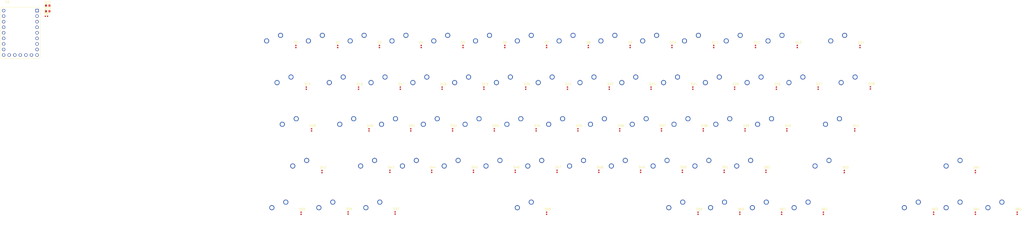
<source format=kicad_pcb>
(kicad_pcb (version 20240108) (generator "pcbnew") (generator_version "8.0")
  (layers (0 "F.Cu" signal) (31 "B.Cu" signal) (34 "B.Paste" user) (35 "F.Paste" user) (36 "B.SilkS" user "B.Silkscreen") (37 "F.SilkS" user "F.Silkscreen") (38 "B.Mask" user) (39 "F.Mask" user) (44 "Edge.Cuts" user))
  (net 0 "")
  (net 1 "Net-(D1-A)")
  (net 2 "ROW0")
  (net 3 "Net-(D2-A)")
  (net 4 "Net-(D3-A)")
  (net 5 "Net-(D4-A)")
  (net 6 "Net-(D5-A)")
  (net 7 "Net-(D6-A)")
  (net 8 "Net-(D7-A)")
  (net 9 "Net-(D8-A)")
  (net 10 "Net-(D9-A)")
  (net 11 "Net-(D10-A)")
  (net 12 "Net-(D11-A)")
  (net 13 "Net-(D12-A)")
  (net 14 "Net-(D13-A)")
  (net 15 "ROW1")
  (net 16 "Net-(D14-A)")
  (net 17 "Net-(D15-A)")
  (net 18 "Net-(D16-A)")
  (net 19 "Net-(D17-A)")
  (net 20 "Net-(D18-A)")
  (net 21 "Net-(D19-A)")
  (net 22 "Net-(D20-A)")
  (net 23 "Net-(D21-A)")
  (net 24 "Net-(D22-A)")
  (net 25 "Net-(D23-A)")
  (net 26 "Net-(D24-A)")
  (net 27 "Net-(D25-A)")
  (net 28 "ROW2")
  (net 29 "Net-(D26-A)")
  (net 30 "Net-(D27-A)")
  (net 31 "ROW3")
  (net 32 "Net-(D28-A)")
  (net 33 "Net-(D29-A)")
  (net 34 "Net-(D30-A)")
  (net 35 "Net-(D31-A)")
  (net 36 "Net-(D32-A)")
  (net 37 "Net-(D33-A)")
  (net 38 "Net-(D34-A)")
  (net 39 "Net-(D35-A)")
  (net 40 "Net-(D36-A)")
  (net 41 "Net-(D37-A)")
  (net 42 "Net-(D38-A)")
  (net 43 "Net-(D39-A)")
  (net 44 "Net-(D40-A)")
  (net 45 "Net-(D41-A)")
  (net 46 "Net-(D42-A)")
  (net 47 "Net-(D43-A)")
  (net 48 "Net-(D44-A)")
  (net 49 "Net-(D45-A)")
  (net 50 "Net-(D46-A)")
  (net 51 "Net-(D47-A)")
  (net 52 "Net-(D48-A)")
  (net 53 "Net-(D49-A)")
  (net 54 "Net-(D50-A)")
  (net 55 "Net-(D51-A)")
  (net 56 "Net-(D52-A)")
  (net 57 "Net-(D53-A)")
  (net 58 "Net-(D54-A)")
  (net 59 "ROW4")
  (net 60 "Net-(D55-A)")
  (net 61 "Net-(D56-A)")
  (net 62 "Net-(D57-A)")
  (net 63 "Net-(D58-A)")
  (net 64 "Net-(D59-A)")
  (net 65 "Net-(D60-A)")
  (net 66 "Net-(D63-A)")
  (net 67 "Net-(D64-A)")
  (net 68 "Net-(D61-A)")
  (net 69 "Net-(D62-A)")
  (net 70 "Net-(D65-A)")
  (net 71 "Net-(D72-A)")
  (net 72 "GND")
  (net 73 "COL0")
  (net 74 "COL1")
  (net 75 "COL2")
  (net 76 "COL3")
  (net 77 "COL4")
  (net 78 "COL5")
  (net 79 "COL6")
  (net 80 "COL7")
  (net 81 "COL8")
  (net 82 "COL9")
  (net 83 "COL10")
  (net 84 "COL11")
  (net 85 "COL12")
  (net 86 "COL13")
  (net 87 "CAPSLOCK")
  (footprint "mechanical_keyboard:SW_MX_1u" (layer "F.Cu") (at 202.0189 96.647)
    (property "Reference" "MX22" (hide yes))
    (property "Value" "U")
    (pad "" np_thru_hole circle (at -5.08 0) (size 1.75 1.75) (drill 1.75) (layers "*.Cu" "*.Mask"))
    (pad "" np_thru_hole circle (at 0 0) (size 3.9878 3.9878) (drill 3.9878) (layers "*.Cu" "*.Mask"))
    (pad "" np_thru_hole circle (at 5.08 0) (size 1.75 1.75) (drill 1.75) (layers "*.Cu" "*.Mask"))
    (pad "1" thru_hole circle (at -3.81 -2.54) (size 2.3 2.3) (drill 1.524) (layers "*.Cu" "B.Mask") (net 80 "COL7"))
    (pad "2" thru_hole circle (at 2.54 -5.08) (size 2.3 2.3) (drill 1.524) (layers "*.Cu" "B.Mask") (net 24 "Net-(D22-A)"))
  )
  (footprint "mechanical_keyboard:SW_MX_1u" (layer "F.Cu") (at 197.2564 134.747)
    (property "Reference" "MX48" (hide yes))
    (property "Value" "N")
    (pad "" np_thru_hole circle (at -5.08 0) (size 1.75 1.75) (drill 1.75) (layers "*.Cu" "*.Mask"))
    (pad "" np_thru_hole circle (at 0 0) (size 3.9878 3.9878) (drill 3.9878) (layers "*.Cu" "*.Mask"))
    (pad "" np_thru_hole circle (at 5.08 0) (size 1.75 1.75) (drill 1.75) (layers "*.Cu" "*.Mask"))
    (pad "1" thru_hole circle (at -3.81 -2.54) (size 2.3 2.3) (drill 1.524) (layers "*.Cu" "B.Mask") (net 79 "COL6"))
    (pad "2" thru_hole circle (at 2.54 -5.08) (size 2.3 2.3) (drill 1.524) (layers "*.Cu" "B.Mask") (net 52 "Net-(D48-A)"))
  )
  (footprint "mechanical_keyboard:D_0402_1005Metric" (layer "F.Cu") (at 173.4439 96.647 90)
    (property "Reference" "D20" (at 1.8542 0.4953 180) (layer "F.SilkS"))
    (property "Value" "D_Small")
    (pad "1" smd roundrect (at -0.485 0 90) (size 0.59 0.64) (layers "F.Cu" "F.Paste" "F.Mask") (net 15 "ROW1"))
    (pad "2" smd roundrect (at 0.485 0 90) (size 0.59 0.64) (layers "F.Cu" "F.Paste" "F.Mask") (net 22 "Net-(D20-A)"))
  )
  (footprint "mechanical_keyboard:SW_MX_1u" (layer "F.Cu") (at 263.9314 115.697)
    (property "Reference" "MX39" (hide yes))
    (property "Value" ";")
    (pad "" np_thru_hole circle (at -5.08 0) (size 1.75 1.75) (drill 1.75) (layers "*.Cu" "*.Mask"))
    (pad "" np_thru_hole circle (at 0 0) (size 3.9878 3.9878) (drill 3.9878) (layers "*.Cu" "*.Mask"))
    (pad "" np_thru_hole circle (at 5.08 0) (size 1.75 1.75) (drill 1.75) (layers "*.Cu" "*.Mask"))
    (pad "1" thru_hole circle (at -3.81 -2.54) (size 2.3 2.3) (drill 1.524) (layers "*.Cu" "B.Mask") (net 83 "COL10"))
    (pad "2" thru_hole circle (at 2.54 -5.08) (size 2.3 2.3) (drill 1.524) (layers "*.Cu" "B.Mask") (net 43 "Net-(D39-A)"))
  )
  (footprint "mechanical_keyboard:D_0402_1005Metric" (layer "F.Cu") (at 68.6689 77.597 90)
    (property "Reference" "D1" (at 1.8542 0.0127 180) (layer "F.SilkS"))
    (property "Value" "D_Small")
    (pad "1" smd roundrect (at -0.485 0 90) (size 0.59 0.64) (layers "F.Cu" "F.Paste" "F.Mask") (net 2 "ROW0"))
    (pad "2" smd roundrect (at 0.485 0 90) (size 0.59 0.64) (layers "F.Cu" "F.Paste" "F.Mask") (net 1 "Net-(D1-A)"))
  )
  (footprint "mechanical_keyboard:SW_MX_1u" (layer "F.Cu") (at 221.0689 96.647)
    (property "Reference" "MX23" (hide yes))
    (property "Value" "I")
    (pad "" np_thru_hole circle (at -5.08 0) (size 1.75 1.75) (drill 1.75) (layers "*.Cu" "*.Mask"))
    (pad "" np_thru_hole circle (at 0 0) (size 3.9878 3.9878) (drill 3.9878) (layers "*.Cu" "*.Mask"))
    (pad "" np_thru_hole circle (at 5.08 0) (size 1.75 1.75) (drill 1.75) (layers "*.Cu" "*.Mask"))
    (pad "1" thru_hole circle (at -3.81 -2.54) (size 2.3 2.3) (drill 1.524) (layers "*.Cu" "B.Mask") (net 81 "COL8"))
    (pad "2" thru_hole circle (at 2.54 -5.08) (size 2.3 2.3) (drill 1.524) (layers "*.Cu" "B.Mask") (net 25 "Net-(D23-A)"))
  )
  (footprint "mechanical_keyboard:D_0402_1005Metric" (layer "F.Cu") (at 397.5189 153.797 90)
    (property "Reference" "D65" (at 1.8796 0.5245 180) (layer "F.SilkS"))
    (property "Value" "D_Small")
    (pad "1" smd roundrect (at -0.485 0 90) (size 0.59 0.64) (layers "F.Cu" "F.Paste" "F.Mask") (net 59 "ROW4"))
    (pad "2" smd roundrect (at 0.485 0 90) (size 0.59 0.64) (layers "F.Cu" "F.Paste" "F.Mask") (net 70 "Net-(D65-A)"))
  )
  (footprint "mechanical_keyboard:D_0402_1005Metric" (layer "F.Cu") (at 225.8314 134.6295 90)
    (property "Reference" "D49" (at 1.8637 0.508 180) (layer "F.SilkS"))
    (property "Value" "D_Small")
    (pad "1" smd roundrect (at -0.485 0 90) (size 0.59 0.64) (layers "F.Cu" "F.Paste" "F.Mask") (net 31 "ROW3"))
    (pad "2" smd roundrect (at 0.485 0 90) (size 0.59 0.64) (layers "F.Cu" "F.Paste" "F.Mask") (net 53 "Net-(D49-A)"))
  )
  (footprint "mechanical_keyboard:SW_MX_1u" (layer "F.Cu") (at 287.7439 77.597)
    (property "Reference" "MX13" (hide yes))
    (property "Value" "+")
    (pad "" np_thru_hole circle (at -5.08 0) (size 1.75 1.75) (drill 1.75) (layers "*.Cu" "*.Mask"))
    (pad "" np_thru_hole circle (at 0 0) (size 3.9878 3.9878) (drill 3.9878) (layers "*.Cu" "*.Mask"))
    (pad "" np_thru_hole circle (at 5.08 0) (size 1.75 1.75) (drill 1.75) (layers "*.Cu" "*.Mask"))
    (pad "1" thru_hole circle (at -3.81 -2.54) (size 2.3 2.3) (drill 1.524) (layers "*.Cu" "B.Mask") (net 85 "COL12"))
    (pad "2" thru_hole circle (at 2.54 -5.08) (size 2.3 2.3) (drill 1.524) (layers "*.Cu" "B.Mask") (net 14 "Net-(D13-A)"))
  )
  (footprint "mechanical_keyboard:SW_MX_1u" (layer "F.Cu") (at 280.60015 153.797)
    (property "Reference" "MX61" (hide yes))
    (property "Value" "Sleep")
    (pad "" np_thru_hole circle (at -5.08 0) (size 1.75 1.75) (drill 1.75) (layers "*.Cu" "*.Mask"))
    (pad "" np_thru_hole circle (at 0 0) (size 3.9878 3.9878) (drill 3.9878) (layers "*.Cu" "*.Mask"))
    (pad "" np_thru_hole circle (at 5.08 0) (size 1.75 1.75) (drill 1.75) (layers "*.Cu" "*.Mask"))
    (pad "1" thru_hole circle (at -3.81 -2.54) (size 2.3 2.3) (drill 1.524) (layers "*.Cu" "B.Mask") (net 82 "COL9"))
    (pad "2" thru_hole circle (at 2.54 -5.08) (size 2.3 2.3) (drill 1.524) (layers "*.Cu" "B.Mask") (net 68 "Net-(D61-A)"))
  )
  (footprint "mechanical_keyboard:D_0402_1005Metric" (layer "F.Cu") (at 187.7314 134.6295 90)
    (property "Reference" "D47" (at 1.8637 0.508 180) (layer "F.SilkS"))
    (property "Value" "D_Small")
    (pad "1" smd roundrect (at -0.485 0 90) (size 0.59 0.64) (layers "F.Cu" "F.Paste" "F.Mask") (net 31 "ROW3"))
    (pad "2" smd roundrect (at 0.485 0 90) (size 0.59 0.64) (layers "F.Cu" "F.Paste" "F.Mask") (net 51 "Net-(D47-A)"))
  )
  (footprint "mechanical_keyboard:D_0402_1005Metric" (layer "F.Cu") (at 244.8814 134.6295 90)
    (property "Reference" "D50" (at 1.8637 0.508 180) (layer "F.SilkS"))
    (property "Value" "D_Small")
    (pad "1" smd roundrect (at -0.485 0 90) (size 0.59 0.64) (layers "F.Cu" "F.Paste" "F.Mask") (net 31 "ROW3"))
    (pad "2" smd roundrect (at 0.485 0 90) (size 0.59 0.64) (layers "F.Cu" "F.Paste" "F.Mask") (net 54 "Net-(D50-A)"))
  )
  (footprint "mechanical_keyboard:SW_MX_1u" (layer "F.Cu") (at 273.4564 134.747)
    (property "Reference" "MX52" (hide yes))
    (property "Value" "/")
    (pad "" np_thru_hole circle (at -5.08 0) (size 1.75 1.75) (drill 1.75) (layers "*.Cu" "*.Mask"))
    (pad "" np_thru_hole circle (at 0 0) (size 3.9878 3.9878) (drill 3.9878) (layers "*.Cu" "*.Mask"))
    (pad "" np_thru_hole circle (at 5.08 0) (size 1.75 1.75) (drill 1.75) (layers "*.Cu" "*.Mask"))
    (pad "1" thru_hole circle (at -3.81 -2.54) (size 2.3 2.3) (drill 1.524) (layers "*.Cu" "B.Mask") (net 83 "COL10"))
    (pad "2" thru_hole circle (at 2.54 -5.08) (size 2.3 2.3) (drill 1.524) (layers "*.Cu" "B.Mask") (net 56 "Net-(D52-A)"))
  )
  (footprint "mechanical_keyboard:D_0402_1005Metric" (layer "F.Cu") (at 271.07515 153.797 90)
    (property "Reference" "D60" (at 1.8796 0.52705 180) (layer "F.SilkS"))
    (property "Value" "D_Small")
    (pad "1" smd roundrect (at -0.485 0 90) (size 0.59 0.64) (layers "F.Cu" "F.Paste" "F.Mask") (net 59 "ROW4"))
    (pad "2" smd roundrect (at 0.485 0 90) (size 0.59 0.64) (layers "F.Cu" "F.Paste" "F.Mask") (net 65 "Net-(D60-A)"))
  )
  (footprint "mechanical_keyboard:SW_MX_1u" (layer "F.Cu") (at 111.5314 115.697)
    (property "Reference" "MX31" (hide yes))
    (property "Value" "S")
    (pad "" np_thru_hole circle (at -5.08 0) (size 1.75 1.75) (drill 1.75) (layers "*.Cu" "*.Mask"))
    (pad "" np_thru_hole circle (at 0 0) (size 3.9878 3.9878) (drill 3.9878) (layers "*.Cu" "*.Mask"))
    (pad "" np_thru_hole circle (at 5.08 0) (size 1.75 1.75) (drill 1.75) (layers "*.Cu" "*.Mask"))
    (pad "1" thru_hole circle (at -3.81 -2.54) (size 2.3 2.3) (drill 1.524) (layers "*.Cu" "B.Mask") (net 75 "COL2"))
    (pad "2" thru_hole circle (at 2.54 -5.08) (size 2.3 2.3) (drill 1.524) (layers "*.Cu" "B.Mask") (net 35 "Net-(D31-A)"))
  )
  (footprint "mechanical_keyboard:SW_MX_1u" (layer "F.Cu") (at 368.9439 134.747)
    (property "Reference" "MX54" (hide yes))
    (property "Value" "Up")
    (pad "" np_thru_hole circle (at -5.08 0) (size 1.75 1.75) (drill 1.75) (layers "*.Cu" "*.Mask"))
    (pad "" np_thru_hole circle (at 0 0) (size 3.9878 3.9878) (drill 3.9878) (layers "*.Cu" "*.Mask"))
    (pad "" np_thru_hole circle (at 5.08 0) (size 1.75 1.75) (drill 1.75) (layers "*.Cu" "*.Mask"))
    (pad "1" thru_hole circle (at -3.81 -2.54) (size 2.3 2.3) (drill 1.524) (layers "*.Cu" "B.Mask") (net 85 "COL12"))
    (pad "2" thru_hole circle (at 2.54 -5.08) (size 2.3 2.3) (drill 1.524) (layers "*.Cu" "B.Mask") (net 58 "Net-(D54-A)"))
  )
  (footprint "mechanical_keyboard:SW_MX_1u" (layer "F.Cu") (at 168.6814 115.697)
    (property "Reference" "MX34" (hide yes))
    (property "Value" "G")
    (pad "" np_thru_hole circle (at -5.08 0) (size 1.75 1.75) (drill 1.75) (layers "*.Cu" "*.Mask"))
    (pad "" np_thru_hole circle (at 0 0) (size 3.9878 3.9878) (drill 3.9878) (layers "*.Cu" "*.Mask"))
    (pad "" np_thru_hole circle (at 5.08 0) (size 1.75 1.75) (drill 1.75) (layers "*.Cu" "*.Mask"))
    (pad "1" thru_hole circle (at -3.81 -2.54) (size 2.3 2.3) (drill 1.524) (layers "*.Cu" "B.Mask") (net 78 "COL5"))
    (pad "2" thru_hole circle (at 2.54 -5.08) (size 2.3 2.3) (drill 1.524) (layers "*.Cu" "B.Mask") (net 38 "Net-(D34-A)"))
  )
  (footprint "mechanical_keyboard:SW_MX_1u" (layer "F.Cu") (at 125.8189 96.647)
    (property "Reference" "MX18" (hide yes))
    (property "Value" "E")
    (pad "" np_thru_hole circle (at -5.08 0) (size 1.75 1.75) (drill 1.75) (layers "*.Cu" "*.Mask"))
    (pad "" np_thru_hole circle (at 0 0) (size 3.9878 3.9878) (drill 3.9878) (layers "*.Cu" "*.Mask"))
    (pad "" np_thru_hole circle (at 5.08 0) (size 1.75 1.75) (drill 1.75) (layers "*.Cu" "*.Mask"))
    (pad "1" thru_hole circle (at -3.81 -2.54) (size 2.3 2.3) (drill 1.524) (layers "*.Cu" "B.Mask") (net 76 "COL3"))
    (pad "2" thru_hole circle (at 2.54 -5.08) (size 2.3 2.3) (drill 1.524) (layers "*.Cu" "B.Mask") (net 20 "Net-(D18-A)"))
  )
  (footprint "mechanical_keyboard:SW_MX_1u" (layer "F.Cu") (at 71.05015 134.747)
    (property "Reference" "MX42" (hide yes))
    (property "Value" "LShift")
    (pad "" np_thru_hole circle (at -5.08 0) (size 1.75 1.75) (drill 1.75) (layers "*.Cu" "*.Mask"))
    (pad "" np_thru_hole circle (at 0 0) (size 3.9878 3.9878) (drill 3.9878) (layers "*.Cu" "*.Mask"))
    (pad "" np_thru_hole circle (at 5.08 0) (size 1.75 1.75) (drill 1.75) (layers "*.Cu" "*.Mask"))
    (pad "1" thru_hole circle (at -3.81 -2.54) (size 2.3 2.3) (drill 1.524) (layers "*.Cu" "B.Mask") (net 73 "COL0"))
    (pad "2" thru_hole circle (at 2.54 -5.08) (size 2.3 2.3) (drill 1.524) (layers "*.Cu" "B.Mask") (net 46 "Net-(D42-A)"))
  )
  (footprint "mechanical_keyboard:D_0402_1005Metric" (layer "F.Cu") (at 297.2689 77.597 90)
    (property "Reference" "D13" (at 1.8542 0.4953 180) (layer "F.SilkS"))
    (property "Value" "D_Small")
    (pad "1" smd roundrect (at -0.485 0 90) (size 0.59 0.64) (layers "F.Cu" "F.Paste" "F.Mask") (net 2 "ROW0"))
    (pad "2" smd roundrect (at 0.485 0 90) (size 0.59 0.64) (layers "F.Cu" "F.Paste" "F.Mask") (net 14 "Net-(D13-A)"))
  )
  (footprint "mechanical_keyboard:SW_MX_1u" (layer "F.Cu") (at 211.5439 77.597)
    (property "Reference" "MX9" (hide yes))
    (property "Value" "8")
    (pad "" np_thru_hole circle (at -5.08 0) (size 1.75 1.75) (drill 1.75) (layers "*.Cu" "*.Mask"))
    (pad "" np_thru_hole circle (at 0 0) (size 3.9878 3.9878) (drill 3.9878) (layers "*.Cu" "*.Mask"))
    (pad "" np_thru_hole circle (at 5.08 0) (size 1.75 1.75) (drill 1.75) (layers "*.Cu" "*.Mask"))
    (pad "1" thru_hole circle (at -3.81 -2.54) (size 2.3 2.3) (drill 1.524) (layers "*.Cu" "B.Mask") (net 81 "COL8"))
    (pad "2" thru_hole circle (at 2.54 -5.08) (size 2.3 2.3) (drill 1.524) (layers "*.Cu" "B.Mask") (net 10 "Net-(D9-A)"))
  )
  (footprint "mechanical_keyboard:SW_MX_1u" (layer "F.Cu") (at 140.1064 134.747)
    (property "Reference" "MX45" (hide yes))
    (property "Value" "C")
    (pad "" np_thru_hole circle (at -5.08 0) (size 1.75 1.75) (drill 1.75) (layers "*.Cu" "*.Mask"))
    (pad "" np_thru_hole circle (at 0 0) (size 3.9878 3.9878) (drill 3.9878) (layers "*.Cu" "*.Mask"))
    (pad "" np_thru_hole circle (at 5.08 0) (size 1.75 1.75) (drill 1.75) (layers "*.Cu" "*.Mask"))
    (pad "1" thru_hole circle (at -3.81 -2.54) (size 2.3 2.3) (drill 1.524) (layers "*.Cu" "B.Mask") (net 76 "COL3"))
    (pad "2" thru_hole circle (at 2.54 -5.08) (size 2.3 2.3) (drill 1.524) (layers "*.Cu" "B.Mask") (net 49 "Net-(D45-A)"))
  )
  (footprint "mechanical_keyboard:D_0402_1005Metric" (layer "F.Cu") (at 121.0564 115.697 90)
    (property "Reference" "D31" (at 1.8542 0.508 180) (layer "F.SilkS"))
    (property "Value" "D_Small")
    (pad "1" smd roundrect (at -0.485 0 90) (size 0.59 0.64) (layers "F.Cu" "F.Paste" "F.Mask") (net 28 "ROW2"))
    (pad "2" smd roundrect (at 0.485 0 90) (size 0.59 0.64) (layers "F.Cu" "F.Paste" "F.Mask") (net 35 "Net-(D31-A)"))
  )
  (footprint "mechanical_keyboard:D_0402_1005Metric" (layer "F.Cu") (at 106.7689 77.597 90)
    (property "Reference" "D3" (at 1.8542 0.0127 180) (layer "F.SilkS"))
    (property "Value" "D_Small")
    (pad "1" smd roundrect (at -0.485 0 90) (size 0.59 0.64) (layers "F.Cu" "F.Paste" "F.Mask") (net 2 "ROW0"))
    (pad "2" smd roundrect (at 0.485 0 90) (size 0.59 0.64) (layers "F.Cu" "F.Paste" "F.Mask") (net 4 "Net-(D3-A)"))
  )
  (footprint "mechanical_keyboard:D_0402_1005Metric" (layer "F.Cu") (at 182.9689 77.597 90)
    (property "Reference" "D7" (at 1.8542 0.0127 180) (layer "F.SilkS"))
    (property "Value" "D_Small")
    (pad "1" smd roundrect (at -0.485 0 90) (size 0.59 0.64) (layers "F.Cu" "F.Paste" "F.Mask") (net 2 "ROW0"))
    (pad "2" smd roundrect (at 0.485 0 90) (size 0.59 0.64) (layers "F.Cu" "F.Paste" "F.Mask") (net 8 "Net-(D7-A)"))
  )
  (footprint "mechanical_keyboard:SW_MX_1u" (layer "F.Cu") (at 130.5814 115.697)
    (property "Reference" "MX32" (hide yes))
    (property "Value" "D")
    (pad "" np_thru_hole circle (at -5.08 0) (size 1.75 1.75) (drill 1.75) (layers "*.Cu" "*.Mask"))
    (pad "" np_thru_hole circle (at 0 0) (size 3.9878 3.9878) (drill 3.9878) (layers "*.Cu" "*.Mask"))
    (pad "" np_thru_hole circle (at 5.08 0) (size 1.75 1.75) (drill 1.75) (layers "*.Cu" "*.Mask"))
    (pad "1" thru_hole circle (at -3.81 -2.54) (size 2.3 2.3) (drill 1.524) (layers "*.Cu" "B.Mask") (net 76 "COL3"))
    (pad "2" thru_hole circle (at 2.54 -5.08) (size 2.3 2.3) (drill 1.524) (layers "*.Cu" "B.Mask") (net 36 "Net-(D32-A)"))
  )
  (footprint "mechanical_keyboard:D_0402_1005Metric" (layer "F.Cu") (at 249.6439 96.647 90)
    (property "Reference" "D24" (at 1.8542 0.4953 180) (layer "F.SilkS"))
    (property "Value" "D_Small")
    (pad "1" smd roundrect (at -0.485 0 90) (size 0.59 0.64) (layers "F.Cu" "F.Paste" "F.Mask") (net 15 "ROW1"))
    (pad "2" smd roundrect (at 0.485 0 90) (size 0.59 0.64) (layers "F.Cu" "F.Paste" "F.Mask") (net 26 "Net-(D24-A)"))
  )
  (footprint "mechanical_keyboard:D_0402_1005Metric" (layer "F.Cu") (at 378.4689 153.797 90)
    (property "Reference" "D64" (at 1.8796 0.5245 180) (layer "F.SilkS"))
    (property "Value" "D_Small")
    (pad "1" smd roundrect (at -0.485 0 90) (size 0.59 0.64) (layers "F.Cu" "F.Paste" "F.Mask") (net 59 "ROW4"))
    (pad "2" smd roundrect (at 0.485 0 90) (size 0.59 0.64) (layers "F.Cu" "F.Paste" "F.Mask") (net 67 "Net-(D64-A)"))
  )
  (footprint "mechanical_keyboard:D_0402_1005Metric" (layer "F.Cu") (at 282.9814 134.6295 90)
    (property "Reference" "D52" (at 1.8637 0.508 180) (layer "F.SilkS"))
    (property "Value" "D_Small")
    (pad "1" smd roundrect (at -0.485 0 90) (size 0.59 0.64) (layers "F.Cu" "F.Paste" "F.Mask") (net 31 "ROW3"))
    (pad "2" smd roundrect (at 0.485 0 90) (size 0.59 0.64) (layers "F.Cu" "F.Paste" "F.Mask") (net 56 "Net-(D52-A)"))
  )
  (footprint "mechanical_keyboard:SW_MX_1u" (layer "F.Cu") (at 235.3564 134.747)
    (property "Reference" "MX50" (hide yes))
    (property "Value" ",")
    (pad "" np_thru_hole circle (at -5.08 0) (size 1.75 1.75) (drill 1.75) (layers "*.Cu" "*.Mask"))
    (pad "" np_thru_hole circle (at 0 0) (size 3.9878 3.9878) (drill 3.9878) (layers "*.Cu" "*.Mask"))
    (pad "" np_thru_hole circle (at 5.08 0) (size 1.75 1.75) (drill 1.75) (layers "*.Cu" "*.Mask"))
    (pad "1" thru_hole circle (at -3.81 -2.54) (size 2.3 2.3) (drill 1.524) (layers "*.Cu" "B.Mask") (net 81 "COL8"))
    (pad "2" thru_hole circle (at 2.54 -5.08) (size 2.3 2.3) (drill 1.524) (layers "*.Cu" "B.Mask") (net 54 "Net-(D50-A)"))
  )
  (footprint "mechanical_keyboard:D_0402_1005Metric" (layer "F.Cu") (at 268.6939 96.647 90)
    (property "Reference" "D25" (at 1.8542 0.4953 180) (layer "F.SilkS"))
    (property "Value" "D_Small")
    (pad "1" smd roundrect (at -0.485 0 90) (size 0.59 0.64) (layers "F.Cu" "F.Paste" "F.Mask") (net 15 "ROW1"))
    (pad "2" smd roundrect (at 0.485 0 90) (size 0.59 0.64) (layers "F.Cu" "F.Paste" "F.Mask") (net 27 "Net-(D25-A)"))
  )
  (footprint "mechanical_keyboard:SW_MX_1u" (layer "F.Cu") (at 242.50015 153.797)
    (property "Reference" "MX59" (hide yes))
    (property "Value" "Mode")
    (pad "" np_thru_hole circle (at -5.08 0) (size 1.75 1.75) (drill 1.75) (layers "*.Cu" "*.Mask"))
    (pad "" np_thru_hole circle (at 0 0) (size 3.9878 3.9878) (drill 3.9878) (layers "*.Cu" "*.Mask"))
    (pad "" np_thru_hole circle (at 5.08 0) (size 1.75 1.75) (drill 1.75) (layers "*.Cu" "*.Mask"))
    (pad "1" thru_hole circle (at -3.81 -2.54) (size 2.3 2.3) (drill 1.524) (layers "*.Cu" "B.Mask") (net 80 "COL7"))
    (pad "2" thru_hole circle (at 2.54 -5.08) (size 2.3 2.3) (drill 1.524) (layers "*.Cu" "B.Mask") (net 64 "Net-(D59-A)"))
  )
  (footprint "mechanical_keyboard:SW_MX_1u" (layer "F.Cu") (at 268.6939 77.597)
    (property "Reference" "MX12" (hide yes))
    (property "Value" "-")
    (pad "" np_thru_hole circle (at -5.08 0) (size 1.75 1.75) (drill 1.75) (layers "*.Cu" "*.Mask"))
    (pad "" np_thru_hole circle (at 0 0) (size 3.9878 3.9878) (drill 3.9878) (layers "*.Cu" "*.Mask"))
    (pad "" np_thru_hole circle (at 5.08 0) (size 1.75 1.75) (drill 1.75) (layers "*.Cu" "*.Mask"))
    (pad "1" thru_hole circle (at -3.81 -2.54) (size 2.3 2.3) (drill 1.524) (layers "*.Cu" "B.Mask") (net 84 "COL11"))
    (pad "2" thru_hole circle (at 2.54 -5.08) (size 2.3 2.3) (drill 1.524) (layers "*.Cu" "B.Mask") (net 13 "Net-(D12-A)"))
  )
  (footprint "mechanical_keyboard:SW_MX_1u" (layer "F.Cu") (at 278.2189 96.647)
    (property "Reference" "MX26" (hide yes))
    (property "Value" "[")
    (pad "" np_thru_hole circle (at -5.08 0) (size 1.75 1.75) (drill 1.75) (layers "*.Cu" "*.Mask"))
    (pad "" np_thru_hole circle (at 0 0) (size 3.9878 3.9878) (drill 3.9878) (layers "*.Cu" "*.Mask"))
    (pad "" np_thru_hole circle (at 5.08 0) (size 1.75 1.75) (drill 1.75) (layers "*.Cu" "*.Mask"))
    (pad "1" thru_hole circle (at -3.81 -2.54) (size 2.3 2.3) (drill 1.524) (layers "*.Cu" "B.Mask") (net 84 "COL11"))
    (pad "2" thru_hole circle (at 2.54 -5.08) (size 2.3 2.3) (drill 1.524) (layers "*.Cu" "B.Mask") (net 29 "Net-(D26-A)"))
  )
  (footprint "mechanical_keyboard:SW_MX_1u" (layer "F.Cu") (at 313.93765 115.697)
    (property "Reference" "MX41" (hide yes))
    (property "Value" "Enter")
    (pad "" np_thru_hole circle (at -5.08 0) (size 1.75 1.75) (drill 1.75) (layers "*.Cu" "*.Mask"))
    (pad "" np_thru_hole circle (at 0 0) (size 3.9878 3.9878) (drill 3.9878) (layers "*.Cu" "*.Mask"))
    (pad "" np_thru_hole circle (at 5.08 0) (size 1.75 1.75) (drill 1.75) (layers "*.Cu" "*.Mask"))
    (pad "1" thru_hole circle (at -3.81 -2.54) (size 2.3 2.3) (drill 1.524) (layers "*.Cu" "B.Mask") (net 85 "COL12"))
    (pad "2" thru_hole circle (at 2.54 -5.08) (size 2.3 2.3) (drill 1.524) (layers "*.Cu" "B.Mask") (net 45 "Net-(D41-A)"))
  )
  (footprint "mechanical_keyboard:D_0402_1005Metric" (layer "F.Cu") (at 221.0689 77.597 90)
    (property "Reference" "D9" (at 1.8542 0.0127 180) (layer "F.SilkS"))
    (property "Value" "D_Small")
    (pad "1" smd roundrect (at -0.485 0 90) (size 0.59 0.64) (layers "F.Cu" "F.Paste" "F.Mask") (net 2 "ROW0"))
    (pad "2" smd roundrect (at 0.485 0 90) (size 0.59 0.64) (layers "F.Cu" "F.Paste" "F.Mask") (net 10 "Net-(D9-A)"))
  )
  (footprint "mechanical_keyboard:D_0402_1005Metric" (layer "F.Cu") (at 80.57515 134.747 90)
    (property "Reference" "D42" (at 1.8542 0.51435 180) (layer "F.SilkS"))
    (property "Value" "D_Small")
    (pad "1" smd roundrect (at -0.485 0 90) (size 0.59 0.64) (layers "F.Cu" "F.Paste" "F.Mask") (net 31 "ROW3"))
    (pad "2" smd roundrect (at 0.485 0 90) (size 0.59 0.64) (layers "F.Cu" "F.Paste" "F.Mask") (net 46 "Net-(D42-A)"))
  )
  (footprint "mechanical_keyboard:SW_MX_1u" (layer "F.Cu") (at 97.2439 77.597)
    (property "Reference" "MX3" (hide yes))
    (property "Value" "2")
    (pad "" np_thru_hole circle (at -5.08 0) (size 1.75 1.75) (drill 1.75) (layers "*.Cu" "*.Mask"))
    (pad "" np_thru_hole circle (at 0 0) (size 3.9878 3.9878) (drill 3.9878) (layers "*.Cu" "*.Mask"))
    (pad "" np_thru_hole circle (at 5.08 0) (size 1.75 1.75) (drill 1.75) (layers "*.Cu" "*.Mask"))
    (pad "1" thru_hole circle (at -3.81 -2.54) (size 2.3 2.3) (drill 1.524) (layers "*.Cu" "B.Mask") (net 75 "COL2"))
    (pad "2" thru_hole circle (at 2.54 -5.08) (size 2.3 2.3) (drill 1.524) (layers "*.Cu" "B.Mask") (net 4 "Net-(D3-A)"))
  )
  (footprint "mechanical_keyboard:D_0402_1005Metric" (layer "F.Cu") (at 87.7189 77.597 90)
    (property "Reference" "D2" (at 1.8542 0.0127 180) (layer "F.SilkS"))
    (property "Value" "D_Small")
    (pad "1" smd roundrect (at -0.485 0 90) (size 0.59 0.64) (layers "F.Cu" "F.Paste" "F.Mask") (net 2 "ROW0"))
    (pad "2" smd roundrect (at 0.485 0 90) (size 0.59 0.64) (layers "F.Cu" "F.Paste" "F.Mask") (net 3 "Net-(D2-A)"))
  )
  (footprint "mechanical_keyboard:SW_MX_1u" (layer "F.Cu") (at 309.17515 134.747)
    (property "Reference" "MX53" (hide yes))
    (property "Value" "RShift")
    (pad "" np_thru_hole circle (at -5.08 0) (size 1.75 1.75) (drill 1.75) (layers "*.Cu" "*.Mask"))
    (pad "" np_thru_hole circle (at 0 0) (size 3.9878 3.9878) (drill 3.9878) (layers "*.Cu" "*.Mask"))
    (pad "" np_thru_hole circle (at 5.08 0) (size 1.75 1.75) (drill 1.75) (layers "*.Cu" "*.Mask"))
    (pad "1" thru_hole circle (at -3.81 -2.54) (size 2.3 2.3) (drill 1.524) (layers "*.Cu" "B.Mask") (net 84 "COL11"))
    (pad "2" thru_hole circle (at 2.54 -5.08) (size 2.3 2.3) (drill 1.524) (layers "*.Cu" "B.Mask") (net 57 "Net-(D53-A)"))
  )
  (footprint "mechanical_keyboard:SW_MX_1u" (layer "F.Cu") (at 159.1564 134.747)
    (property "Reference" "MX46" (hide yes))
    (property "Value" "V")
    (pad "" np_thru_hole circle (at -5.08 0) (size 1.75 1.75) (drill 1.75) (layers "*.Cu" "*.Mask"))
    (pad "" np_thru_hole circle (at 0 0) (size 3.9878 3.9878) (drill 3.9878) (layers "*.Cu" "*.Mask"))
    (pad "" np_thru_hole circle (at 5.08 0) (size 1.75 1.75) (drill 1.75) (layers "*.Cu" "*.Mask"))
    (pad "1" thru_hole circle (at -3.81 -2.54) (size 2.3 2.3) (drill 1.524) (layers "*.Cu" "B.Mask") (net 77 "COL4"))
    (pad "2" thru_hole circle (at 2.54 -5.08) (size 2.3 2.3) (drill 1.524) (layers "*.Cu" "B.Mask") (net 50 "Net-(D46-A)"))
  )
  (footprint "mechanical_keyboard:SW_MX_1u" (layer "F.Cu") (at 230.5939 77.597)
    (property "Reference" "MX10" (hide yes))
    (property "Value" "9")
    (pad "" np_thru_hole circle (at -5.08 0) (size 1.75 1.75) (drill 1.75) (layers "*.Cu" "*.Mask"))
    (pad "" np_thru_hole circle (at 0 0) (size 3.9878 3.9878) (drill 3.9878) (layers "*.Cu" "*.Mask"))
    (pad "" np_thru_hole circle (at 5.08 0) (size 1.75 1.75) (drill 1.75) (layers "*.Cu" "*.Mask"))
    (pad "1" thru_hole circle (at -3.81 -2.54) (size 2.3 2.3) (drill 1.524) (layers "*.Cu" "B.Mask") (net 82 "COL9"))
    (pad "2" thru_hole circle (at 2.54 -5.08) (size 2.3 2.3) (drill 1.524) (layers "*.Cu" "B.Mask") (net 11 "Net-(D10-A)"))
  )
  (footprint "mechanical_keyboard:MODULE_RP2040-ZERO" (layer "F.Cu") (at -56.95 71.35)
    (property "Reference" "U1" (at -5.825 -14.135 0) (layer "F.SilkS"))
    (property "Value" "RP2040-ZERO")
    (pad "1" thru_hole rect (at 7.62 -10.16) (size 1.508 1.508) (drill 1) (layers "*.Cu" "*.Mask"))
    (pad "2" thru_hole circle (at 7.62 -7.62) (size 1.508 1.508) (drill 1) (layers "*.Cu" "*.Mask"))
    (pad "3" thru_hole circle (at 7.62 -5.08) (size 1.508 1.508) (drill 1) (layers "*.Cu" "*.Mask"))
    (pad "4" thru_hole circle (at 7.62 -2.54) (size 1.508 1.508) (drill 1) (layers "*.Cu" "*.Mask"))
    (pad "5" thru_hole circle (at 7.62 0) (size 1.508 1.508) (drill 1) (layers "*.Cu" "*.Mask"))
    (pad "6" thru_hole circle (at 7.62 2.54) (size 1.508 1.508) (drill 1) (layers "*.Cu" "*.Mask"))
    (pad "7" thru_hole circle (at 7.62 5.08) (size 1.508 1.508) (drill 1) (layers "*.Cu" "*.Mask"))
    (pad "8" thru_hole circle (at 7.62 7.62) (size 1.508 1.508) (drill 1) (layers "*.Cu" "*.Mask"))
    (pad "9" thru_hole circle (at 7.62 10.16) (size 1.508 1.508) (drill 1) (layers "*.Cu" "*.Mask"))
    (pad "10" thru_hole circle (at 5.08 10.16) (size 1.508 1.508) (drill 1) (layers "*.Cu" "*.Mask"))
    (pad "11" thru_hole circle (at 2.54 10.16) (size 1.508 1.508) (drill 1) (layers "*.Cu" "*.Mask"))
    (pad "12" thru_hole circle (at 0 10.16) (size 1.508 1.508) (drill 1) (layers "*.Cu" "*.Mask"))
    (pad "13" thru_hole circle (at -2.54 10.16) (size 1.508 1.508) (drill 1) (layers "*.Cu" "*.Mask"))
    (pad "14" thru_hole circle (at -5.08 10.16) (size 1.508 1.508) (drill 1) (layers "*.Cu" "*.Mask"))
    (pad "15" thru_hole circle (at -7.62 10.16) (size 1.508 1.508) (drill 1) (layers "*.Cu" "*.Mask"))
    (pad "16" thru_hole circle (at -7.62 7.62) (size 1.508 1.508) (drill 1) (layers "*.Cu" "*.Mask"))
    (pad "17" thru_hole circle (at -7.62 5.08) (size 1.508 1.508) (drill 1) (layers "*.Cu" "*.Mask"))
    (pad "18" thru_hole circle (at -7.62 2.54) (size 1.508 1.508) (drill 1) (layers "*.Cu" "*.Mask"))
    (pad "19" thru_hole circle (at -7.62 0) (size 1.508 1.508) (drill 1) (layers "*.Cu" "*.Mask"))
    (pad "20" thru_hole circle (at -7.62 -2.54) (size 1.508 1.508) (drill 1) (layers "*.Cu" "*.Mask"))
    (pad "21" thru_hole circle (at -7.62 -5.08) (size 1.508 1.508) (drill 1) (layers "*.Cu" "*.Mask"))
    (pad "22" thru_hole circle (at -7.62 -7.62) (size 1.508 1.508) (drill 1) (layers "*.Cu" "*.Mask"))
    (pad "23" thru_hole circle (at -7.62 -10.16) (size 1.508 1.508) (drill 1) (layers "*.Cu" "*.Mask"))
  )
  (footprint "mechanical_keyboard:SW_MX_1u" (layer "F.Cu") (at 368.9439 153.797)
    (property "Reference" "MX64" (hide yes))
    (property "Value" "Down")
    (pad "" np_thru_hole circle (at -5.08 0) (size 1.75 1.75) (drill 1.75) (layers "*.Cu" "*.Mask"))
    (pad "" np_thru_hole circle (at 0 0) (size 3.9878 3.9878) (drill 3.9878) (layers "*.Cu" "*.Mask"))
    (pad "" np_thru_hole circle (at 5.08 0) (size 1.75 1.75) (drill 1.75) (layers "*.Cu" "*.Mask"))
    (pad "1" thru_hole circle (at -3.81 -2.54) (size 2.3 2.3) (drill 1.524) (layers "*.Cu" "B.Mask") (net 85 "COL12"))
    (pad "2" thru_hole circle (at 2.54 -5.08) (size 2.3 2.3) (drill 1.524) (layers "*.Cu" "B.Mask") (net 67 "Net-(D64-A)"))
  )
  (footprint "mechanical_keyboard:D_0402_1005Metric" (layer "F.Cu") (at 230.5939 96.647 90)
    (property "Reference" "D23" (at 1.8542 0.4953 180) (layer "F.SilkS"))
    (property "Value" "D_Small")
    (pad "1" smd roundrect (at -0.485 0 90) (size 0.59 0.64) (layers "F.Cu" "F.Paste" "F.Mask") (net 15 "ROW1"))
    (pad "2" smd roundrect (at 0.485 0 90) (size 0.59 0.64) (layers "F.Cu" "F.Paste" "F.Mask") (net 25 "Net-(D23-A)"))
  )
  (footprint "mechanical_keyboard:SW_MX_1u" (layer "F.Cu") (at 102.0064 134.747)
    (property "Reference" "MX43" (hide yes))
    (property "Value" "Z")
    (pad "" np_thru_hole circle (at -5.08 0) (size 1.75 1.75) (drill 1.75) (layers "*.Cu" "*.Mask"))
    (pad "" np_thru_hole circle (at 0 0) (size 3.9878 3.9878) (drill 3.9878) (layers "*.Cu" "*.Mask"))
    (pad "" np_thru_hole circle (at 5.08 0) (size 1.75 1.75) (drill 1.75) (layers "*.Cu" "*.Mask"))
    (pad "1" thru_hole circle (at -3.81 -2.54) (size 2.3 2.3) (drill 1.524) (layers "*.Cu" "B.Mask") (net 74 "COL1"))
    (pad "2" thru_hole circle (at 2.54 -5.08) (size 2.3 2.3) (drill 1.524) (layers "*.Cu" "B.Mask") (net 47 "Net-(D43-A)"))
  )
  (footprint "mechanical_keyboard:SW_MX_1u" (layer "F.Cu") (at 225.8314 115.697)
    (property "Reference" "MX37" (hide yes))
    (property "Value" "K")
    (pad "" np_thru_hole circle (at -5.08 0) (size 1.75 1.75) (drill 1.75) (layers "*.Cu" "*.Mask"))
    (pad "" np_thru_hole circle (at 0 0) (size 3.9878 3.9878) (drill 3.9878) (layers "*.Cu" "*.Mask"))
    (pad "" np_thru_hole circle (at 5.08 0) (size 1.75 1.75) (drill 1.75) (layers "*.Cu" "*.Mask"))
    (pad "1" thru_hole circle (at -3.81 -2.54) (size 2.3 2.3) (drill 1.524) (layers "*.Cu" "B.Mask") (net 81 "COL8"))
    (pad "2" thru_hole circle (at 2.54 -5.08) (size 2.3 2.3) (drill 1.524) (layers "*.Cu" "B.Mask") (net 41 "Net-(D37-A)"))
  )
  (footprint "mechanical_keyboard:SW_MX_1u" (layer "F.Cu") (at 66.28765 115.697)
    (property "Reference" "MX29" (hide yes))
    (property "Value" "CapsLock")
    (pad "" np_thru_hole circle (at -5.08 0) (size 1.75 1.75) (drill 1.75) (layers "*.Cu" "*.Mask"))
    (pad "" np_thru_hole circle (at 0 0) (size 3.9878 3.9878) (drill 3.9878) (layers "*.Cu" "*.Mask"))
    (pad "" np_thru_hole circle (at 5.08 0) (size 1.75 1.75) (drill 1.75) (layers "*.Cu" "*.Mask"))
    (pad "1" thru_hole circle (at -3.81 -2.54) (size 2.3 2.3) (drill 1.524) (layers "*.Cu" "B.Mask") (net 73 "COL0"))
    (pad "2" thru_hole circle (at 2.54 -5.08) (size 2.3 2.3) (drill 1.524) (layers "*.Cu" "B.Mask") (net 33 "Net-(D29-A)"))
  )
  (footprint "mechanical_keyboard:D_0402_1005Metric" (layer "F.Cu") (at 292.5064 115.697 90)
    (property "Reference" "D40" (at 1.8796 0.508 180) (layer "F.SilkS"))
    (property "Value" "D_Small")
    (pad "1" smd roundrect (at -0.485 0 90) (size 0.59 0.64) (layers "F.Cu" "F.Paste" "F.Mask") (net 28 "ROW2"))
    (pad "2" smd roundrect (at 0.485 0 90) (size 0.59 0.64) (layers "F.Cu" "F.Paste" "F.Mask") (net 44 "Net-(D40-A)"))
  )
  (footprint "mechanical_keyboard:D_0402_1005Metric" (layer "F.Cu") (at 111.5314 134.6295 90)
    (property "Reference" "D43" (at 1.8542 0.50165 180) (layer "F.SilkS"))
    (property "Value" "D_Small")
    (pad "1" smd roundrect (at -0.485 0 90) (size 0.59 0.64) (layers "F.Cu" "F.Paste" "F.Mask") (net 31 "ROW3"))
    (pad "2" smd roundrect (at 0.485 0 90) (size 0.59 0.64) (layers "F.Cu" "F.Paste" "F.Mask") (net 47 "Net-(D43-A)"))
  )
  (footprint "mechanical_keyboard:SW_MX_1u" (layer "F.Cu") (at 144.8689 96.647)
    (property "Reference" "MX19" (hide yes))
    (property "Value" "R")
    (pad "" np_thru_hole circle (at -5.08 0) (size 1.75 1.75) (drill 1.75) (layers "*.Cu" "*.Mask"))
    (pad "" np_thru_hole circle (at 0 0) (size 3.9878 3.9878) (drill 3.9878) (layers "*.Cu" "*.Mask"))
    (pad "" np_thru_hole circle (at 5.08 0) (size 1.75 1.75) (drill 1.75) (layers "*.Cu" "*.Mask"))
    (pad "1" thru_hole circle (at -3.81 -2.54) (size 2.3 2.3) (drill 1.524) (layers "*.Cu" "B.Mask") (net 77 "COL4"))
    (pad "2" thru_hole circle (at 2.54 -5.08) (size 2.3 2.3) (drill 1.524) (layers "*.Cu" "B.Mask") (net 21 "Net-(D19-A)"))
  )
  (footprint "mechanical_keyboard:SW_MX_1u" (layer "F.Cu") (at 104.38765 153.797)
    (property "Reference" "MX57" (hide yes))
    (property "Value" "LAlt")
    (pad "" np_thru_hole circle (at -5.08 0) (size 1.75 1.75) (drill 1.75) (layers "*.Cu" "*.Mask"))
    (pad "" np_thru_hole circle (at 0 0) (size 3.9878 3.9878) (drill 3.9878) (layers "*.Cu" "*.Mask"))
    (pad "" np_thru_hole circle (at 5.08 0) (size 1.75 1.75) (drill 1.75) (layers "*.Cu" "*.Mask"))
    (pad "1" thru_hole circle (at -3.81 -2.54) (size 2.3 2.3) (drill 1.524) (layers "*.Cu" "B.Mask") (net 75 "COL2"))
    (pad "2" thru_hole circle (at 2.54 -5.08) (size 2.3 2.3) (drill 1.524) (layers "*.Cu" "B.Mask") (net 62 "Net-(D57-A)"))
  )
  (footprint "mechanical_keyboard:D_0402_1005Metric" (layer "F.Cu") (at 278.2189 77.597 90)
    (property "Reference" "D12" (at 1.8542 0.4953 180) (layer "F.SilkS"))
    (property "Value" "D_Small")
    (pad "1" smd roundrect (at -0.485 0 90) (size 0.59 0.64) (layers "F.Cu" "F.Paste" "F.Mask") (net 2 "ROW0"))
    (pad "2" smd roundrect (at 0.485 0 90) (size 0.59 0.64) (layers "F.Cu" "F.Paste" "F.Mask") (net 13 "Net-(D12-A)"))
  )
  (footprint "mechanical_keyboard:SW_MX_1u" (layer "F.Cu") (at 163.9189 96.647)
    (property "Reference" "MX20" (hide yes))
    (property "Value" "T")
    (pad "" np_thru_hole circle (at -5.08 0) (size 1.75 1.75) (drill 1.75) (layers "*.Cu" "*.Mask"))
    (pad "" np_thru_hole circle (at 0 0) (size 3.9878 3.9878) (drill 3.9878) (layers "*.Cu" "*.Mask"))
    (pad "" np_thru_hole circle (at 5.08 0) (size 1.75 1.75) (drill 1.75) (layers "*.Cu" "*.Mask"))
    (pad "1" thru_hole circle (at -3.81 -2.54) (size 2.3 2.3) (drill 1.524) (layers "*.Cu" "B.Mask") (net 78 "COL5"))
    (pad "2" thru_hole circle (at 2.54 -5.08) (size 2.3 2.3) (drill 1.524) (layers "*.Cu" "B.Mask") (net 22 "Net-(D20-A)"))
  )
  (footprint "mechanical_keyboard:LED_0603_1608Metric" (layer "F.Cu") (at -44.46 61.51)
    (property "Reference" "D73" (at 0 -1.43 0) (layer "F.SilkS"))
    (property "Value" "LED_Small")
    (pad "1" smd roundrect (at -0.7875 0) (size 0.875 0.95) (layers "F.Cu" "F.Paste" "F.Mask") (net 72 "GND"))
    (pad "2" smd roundrect (at 0.7875 0) (size 0.875 0.95) (layers "F.Cu" "F.Paste" "F.Mask") (net 71 "Net-(D72-A)"))
  )
  (footprint "mechanical_keyboard:D_0402_1005Metric" (layer "F.Cu") (at 125.8189 77.597 90)
    (property "Reference" "D4" (at 1.8542 0.0127 180) (layer "F.SilkS"))
    (property "Value" "D_Small")
    (pad "1" smd roundrect (at -0.485 0 90) (size 0.59 0.64) (layers "F.Cu" "F.Paste" "F.Mask") (net 2 "ROW0"))
    (pad "2" smd roundrect (at 0.485 0 90) (size 0.59 0.64) (layers "F.Cu" "F.Paste" "F.Mask") (net 5 "Net-(D4-A)"))
  )
  (footprint "mechanical_keyboard:SW_MX_1u" (layer "F.Cu") (at 149.6314 115.697)
    (property "Reference" "MX33" (hide yes))
    (property "Value" "F")
    (pad "" np_thru_hole circle (at -5.08 0) (size 1.75 1.75) (drill 1.75) (layers "*.Cu" "*.Mask"))
    (pad "" np_thru_hole circle (at 0 0) (size 3.9878 3.9878) (drill 3.9878) (layers "*.Cu" "*.Mask"))
    (pad "" np_thru_hole circle (at 5.08 0) (size 1.75 1.75) (drill 1.75) (layers "*.Cu" "*.Mask"))
    (pad "1" thru_hole circle (at -3.81 -2.54) (size 2.3 2.3) (drill 1.524) (layers "*.Cu" "B.Mask") (net 77 "COL4"))
    (pad "2" thru_hole circle (at 2.54 -5.08) (size 2.3 2.3) (drill 1.524) (layers "*.Cu" "B.Mask") (net 37 "Net-(D33-A)"))
  )
  (footprint "mechanical_keyboard:D_0402_1005Metric" (layer "F.Cu") (at 97.2439 96.647 90)
    (property "Reference" "D16" (at 1.8542 0.508 180) (layer "F.SilkS"))
    (property "Value" "D_Small")
    (pad "1" smd roundrect (at -0.485 0 90) (size 0.59 0.64) (layers "F.Cu" "F.Paste" "F.Mask") (net 15 "ROW1"))
    (pad "2" smd roundrect (at 0.485 0 90) (size 0.59 0.64) (layers "F.Cu" "F.Paste" "F.Mask") (net 18 "Net-(D16-A)"))
  )
  (footprint "mechanical_keyboard:D_0402_1005Metric" (layer "F.Cu") (at 73.4314 96.647 90)
    (property "Reference" "D15" (at 1.8542 0.4953 180) (layer "F.SilkS"))
    (property "Value" "D_Small")
    (pad "1" smd roundrect (at -0.485 0 90) (size 0.59 0.64) (layers "F.Cu" "F.Paste" "F.Mask") (net 15 "ROW1"))
    (pad "2" smd roundrect (at 0.485 0 90) (size 0.59 0.64) (layers "F.Cu" "F.Paste" "F.Mask") (net 17 "Net-(D15-A)"))
  )
  (footprint "mechanical_keyboard:D_0402_1005Metric" (layer "F.Cu") (at 178.2064 115.697 90)
    (property "Reference" "D34" (at 1.8542 0.508 180) (layer "F.SilkS"))
    (property "Value" "D_Small")
    (pad "1" smd roundrect (at -0.485 0 90) (size 0.59 0.64) (layers "F.Cu" "F.Paste" "F.Mask") (net 28 "ROW2"))
    (pad "2" smd roundrect (at 0.485 0 90) (size 0.59 0.64) (layers "F.Cu" "F.Paste" "F.Mask") (net 38 "Net-(D34-A)"))
  )
  (footprint "mechanical_keyboard:D_0402_1005Metric" (layer "F.Cu") (at 325.8439 77.597 90)
    (property "Reference" "D14" (at 1.8542 0.4953 180) (layer "F.SilkS"))
    (property "Value" "D_Small")
    (pad "1" smd roundrect (at -0.485 0 90) (size 0.59 0.64) (layers "F.Cu" "F.Paste" "F.Mask") (net 2 "ROW0"))
    (pad "2" smd roundrect (at 0.485 0 90) (size 0.59 0.64) (layers "F.Cu" "F.Paste" "F.Mask") (net 16 "Net-(D14-A)"))
  )
  (footprint "mechanical_keyboard:SW_MX_1u" (layer "F.Cu") (at 59.1439 77.597)
    (property "Reference" "MX1" (hide yes))
    (property "Value" "ESC")
    (pad "" np_thru_hole circle (at -5.08 0) (size 1.75 1.75) (drill 1.75) (layers "*.Cu" "*.Mask"))
    (pad "" np_thru_hole circle (at 0 0) (size 3.9878 3.9878) (drill 3.9878) (layers "*.Cu" "*.Mask"))
    (pad "" np_thru_hole circle (at 5.08 0) (size 1.75 1.75) (drill 1.75) (layers "*.Cu" "*.Mask"))
    (pad "1" thru_hole circle (at -3.81 -2.54) (size 2.3 2.3) (drill 1.524) (layers "*.Cu" "B.Mask") (net 73 "COL0"))
    (pad "2" thru_hole circle (at 2.54 -5.08) (size 2.3 2.3) (drill 1.524) (layers "*.Cu" "B.Mask") (net 1 "Net-(D1-A)"))
  )
  (footprint "mechanical_keyboard:SW_MX_1u" (layer "F.Cu") (at 282.9814 115.697)
    (property "Reference" "MX40" (hide yes))
    (property "Value" "'")
    (pad "" np_thru_hole circle (at -5.08 0) (size 1.75 1.75) (drill 1.75) (layers "*.Cu" "*.Mask"))
    (pad "" np_thru_hole circle (at 0 0) (size 3.9878 3.9878) (drill 3.9878) (layers "*.Cu" "*.Mask"))
    (pad "" np_thru_hole circle (at 5.08 0) (size 1.75 1.75) (drill 1.75) (layers "*.Cu" "*.Mask"))
    (pad "1" thru_hole circle (at -3.81 -2.54) (size 2.3 2.3) (drill 1.524) (layers "*.Cu" "B.Mask") (net 84 "COL11"))
    (pad "2" thru_hole circle (at 2.54 -5.08) (size 2.3 2.3) (drill 1.524) (layers "*.Cu" "B.Mask") (net 44 "Net-(D40-A)"))
  )
  (footprint "mechanical_keyboard:SW_MX_1u" (layer "F.Cu") (at 121.0564 134.747)
    (property "Reference" "MX44" (hide yes))
    (property "Value" "X")
    (pad "" np_thru_hole circle (at -5.08 0) (size 1.75 1.75) (drill 1.75) (layers "*.Cu" "*.Mask"))
    (pad "" np_thru_hole circle (at 0 0) (size 3.9878 3.9878) (drill 3.9878) (layers "*.Cu" "*.Mask"))
    (pad "" np_thru_hole circle (at 5.08 0) (size 1.75 1.75) (drill 1.75) (layers "*.Cu" "*.Mask"))
    (pad "1" thru_hole circle (at -3.81 -2.54) (size 2.3 2.3) (drill 1.524) (layers "*.Cu" "B.Mask") (net 75 "COL2"))
    (pad "2" thru_hole circle (at 2.54 -5.08) (size 2.3 2.3) (drill 1.524) (layers "*.Cu" "B.Mask") (net 48 "Net-(D44-A)"))
  )
  (footprint "mechanical_keyboard:SW_MX_1u" (layer "F.Cu") (at 299.65015 153.797)
    (property "Reference" "MX62" (hide yes))
    (property "Value" "Insert")
    (pad "" np_thru_hole circle (at -5.08 0) (size 1.75 1.75) (drill 1.75) (layers "*.Cu" "*.Mask"))
    (pad "" np_thru_hole circle (at 0 0) (size 3.9878 3.9878) (drill 3.9878) (layers "*.Cu" "*.Mask"))
    (pad "" np_thru_hole circle (at 5.08 0) (size 1.75 1.75) (drill 1.75) (layers "*.Cu" "*.Mask"))
    (pad "1" thru_hole circle (at -3.81 -2.54) (size 2.3 2.3) (drill 1.524) (layers "*.Cu" "B.Mask") (net 83 "COL10"))
    (pad "2" thru_hole circle (at 2.54 -5.08) (size 2.3 2.3) (drill 1.524) (layers "*.Cu" "B.Mask") (net 69 "Net-(D62-A)"))
  )
  (footprint "mechanical_keyboard:SW_MX_1u" (layer "F.Cu") (at 154.3939 77.597)
    (property "Reference" "MX6" (hide yes))
    (property "Value" "5")
    (pad "" np_thru_hole circle (at -5.08 0) (size 1.75 1.75) (drill 1.75) (layers "*.Cu" "*.Mask"))
    (pad "" np_thru_hole circle (at 0 0) (size 3.9878 3.9878) (drill 3.9878) (layers "*.Cu" "*.Mask"))
    (pad "" np_thru_hole circle (at 5.08 0) (size 1.75 1.75) (drill 1.75) (layers "*.Cu" "*.Mask"))
    (pad "1" thru_hole circle (at -3.81 -2.54) (size 2.3 2.3) (drill 1.524) (layers "*.Cu" "B.Mask") (net 78 "COL5"))
    (pad "2" thru_hole circle (at 2.54 -5.08) (size 2.3 2.3) (drill 1.524) (layers "*.Cu" "B.Mask") (net 7 "Net-(D6-A)"))
  )
  (footprint "mechanical_keyboard:D_0402_1005Metric" (layer "F.Cu") (at 235.3564 115.697 90)
    (property "Reference" "D37" (at 1.8796 0.508 180) (layer "F.SilkS"))
    (property "Value" "D_Small")
    (pad "1" smd roundrect (at -0.485 0 90) (size 0.59 0.64) (layers "F.Cu" "F.Paste" "F.Mask") (net 28 "ROW2"))
    (pad "2" smd roundrect (at 0.485 0 90) (size 0.59 0.64) (layers "F.Cu" "F.Paste" "F.Mask") (net 41 "Net-(D37-A)"))
  )
  (footprint "mechanical_keyboard:D_0402_1005Metric" (layer "F.Cu") (at 168.6814 134.6295 90)
    (property "Reference" "D46" (at 1.8637 0.508 180) (layer "F.SilkS"))
    (property "Value" "D_Small")
    (pad "1" smd roundrect (at -0.485 0 90) (size 0.59 0.64) (layers "F.Cu" "F.Paste" "F.Mask") (net 31 "ROW3"))
    (pad "2" smd roundrect (at 0.485 0 90) (size 0.59 0.64) (layers "F.Cu" "F.Paste" "F.Mask") (net 50 "Net-(D46-A)"))
  )
  (footprint "mechanical_keyboard:D_0402_1005Metric" (layer "F.Cu") (at 263.9314 134.6295 90)
    (property "Reference" "D51" (at 1.8637 0.508 180) (layer "F.SilkS"))
    (property "Value" "D_Small")
    (pad "1" smd roundrect (at -0.485 0 90) (size 0.59 0.64) (layers "F.Cu" "F.Paste" "F.Mask") (net 31 "ROW3"))
    (pad "2" smd roundrect (at 0.485 0 90) (size 0.59 0.64) (layers "F.Cu" "F.Paste" "F.Mask") (net 55 "Net-(D51-A)"))
  )
  (footprint "mechanical_keyboard:SW_MX_1u" (layer "F.Cu") (at 259.1689 96.647)
    (property "Reference" "MX25" (hide yes))
    (property "Value" "P")
    (pad "" np_thru_hole circle (at -5.08 0) (size 1.75 1.75) (drill 1.75) (layers "*.Cu" "*.Mask"))
    (pad "" np_thru_hole circle (at 0 0) (size 3.9878 3.9878) (drill 3.9878) (layers "*.Cu" "*.Mask"))
    (pad "" np_thru_hole circle (at 5.08 0) (size 1.75 1.75) (drill 1.75) (layers "*.Cu" "*.Mask"))
    (pad "1" thru_hole circle (at -3.81 -2.54) (size 2.3 2.3) (drill 1.524) (layers "*.Cu" "B.Mask") (net 83 "COL10"))
    (pad "2" thru_hole circle (at 2.54 -5.08) (size 2.3 2.3) (drill 1.524) (layers "*.Cu" "B.Mask") (net 27 "Net-(D25-A)"))
  )
  (footprint "mechanical_keyboard:D_0402_1005Metric" (layer "F.Cu") (at 318.70015 134.747 90)
    (property "Reference" "D53" (at 1.8637 0.508 180) (layer "F.SilkS"))
    (property "Value" "D_Small")
    (pad "1" smd roundrect (at -0.485 0 90) (size 0.59 0.64) (layers "F.Cu" "F.Paste" "F.Mask") (net 31 "ROW3"))
    (pad "2" smd roundrect (at 0.485 0 90) (size 0.59 0.64) (layers "F.Cu" "F.Paste" "F.Mask") (net 57 "Net-(D53-A)"))
  )
  (footprint "mechanical_keyboard:D_0402_1005Metric" (layer "F.Cu") (at 102.0064 115.697 90)
    (property "Reference" "D30" (at 1.8542 0.51435 180) (layer "F.SilkS"))
    (property "Value" "D_Small")
    (pad "1" smd roundrect (at -0.485 0 90) (size 0.59 0.64) (layers "F.Cu" "F.Paste" "F.Mask") (net 28 "ROW2"))
    (pad "2" smd roundrect (at 0.485 0 90) (size 0.59 0.64) (layers "F.Cu" "F.Paste" "F.Mask") (net 34 "Net-(D30-A)"))
  )
  (footprint "mechanical_keyboard:D_0402_1005Metric" (layer "F.Cu") (at 163.9189 77.597 90)
    (property "Reference" "D6" (at 1.8542 0.0127 180) (layer "F.SilkS"))
    (property "Value" "D_Small")
    (pad "1" smd roundrect (at -0.485 0 90) (size 0.59 0.64) (layers "F.Cu" "F.Paste" "F.Mask") (net 2 "ROW0"))
    (pad "2" smd roundrect (at 0.485 0 90) (size 0.59 0.64) (layers "F.Cu" "F.Paste" "F.Mask") (net 7 "Net-(D6-A)"))
  )
  (footprint "mechanical_keyboard:D_0402_1005Metric" (layer "F.Cu") (at 259.1689 77.597 90)
    (property "Reference" "D11" (at 1.8542 0.4953 180) (layer "F.SilkS"))
    (property "Value" "D_Small")
    (pad "1" smd roundrect (at -0.485 0 90) (size 0.59 0.64) (layers "F.Cu" "F.Paste" "F.Mask") (net 2 "ROW0"))
    (pad "2" smd roundrect (at 0.485 0 90) (size 0.59 0.64) (layers "F.Cu" "F.Paste" "F.Mask") (net 12 "Net-(D11-A)"))
  )
  (footprint "mechanical_keyboard:D_0402_1005Metric" (layer "F.Cu") (at 116.2939 96.647 90)
    (property "Reference" "D17" (at 1.8542 0.4953 180) (layer "F.SilkS"))
    (property "Value" "D_Small")
    (pad "1" smd roundrect (at -0.485 0 90) (size 0.59 0.64) (layers "F.Cu" "F.Paste" "F.Mask") (net 15 "ROW1"))
    (pad "2" smd roundrect (at 0.485 0 90) (size 0.59 0.64) (layers "F.Cu" "F.Paste" "F.Mask") (net 19 "Net-(D17-A)"))
  )
  (footprint "mechanical_keyboard:SW_MX_1u" (layer "F.Cu") (at 297.2689 96.647)
    (property "Reference" "MX27" (hide yes))
    (property "Value" "]")
    (pad "" np_thru_hole circle (at -5.08 0) (size 1.75 1.75) (drill 1.75) (layers "*.Cu" "*.Mask"))
    (pad "" np_thru_hole circle (at 0 0) (size 3.9878 3.9878) (drill 3.9878) (layers "*.Cu" "*.Mask"))
    (pad "" np_thru_hole circle (at 5.08 0) (size 1.75 1.75) (drill 1.75) (layers "*.Cu" "*.Mask"))
    (pad "1" thru_hole circle (at -3.81 -2.54) (size 2.3 2.3) (drill 1.524) (layers "*.Cu" "B.Mask") (net 85 "COL12"))
    (pad "2" thru_hole circle (at 2.54 -5.08) (size 2.3 2.3) (drill 1.524) (layers "*.Cu" "B.Mask") (net 30 "Net-(D27-A)"))
  )
  (footprint "mechanical_keyboard:SW_MX_1u" (layer "F.Cu") (at 82.9564 153.797)
    (property "Reference" "MX56" (hide yes))
    (property "Value" "Windows")
    (pad "" np_thru_hole circle (at -5.08 0) (size 1.75 1.75) (drill 1.75) (layers "*.Cu" "*.Mask"))
    (pad "" np_thru_hole circle (at 0 0) (size 3.9878 3.9878) (drill 3.9878) (layers "*.Cu" "*.Mask"))
    (pad "" np_thru_hole circle (at 5.08 0) (size 1.75 1.75) (drill 1.75) (layers "*.Cu" "*.Mask"))
    (pad "1" thru_hole circle (at -3.81 -2.54) (size 2.3 2.3) (drill 1.524) (layers "*.Cu" "B.Mask") (net 74 "COL1"))
    (pad "2" thru_hole circle (at 2.54 -5.08) (size 2.3 2.3) (drill 1.524) (layers "*.Cu" "B.Mask") (net 61 "Net-(D56-A)"))
  )
  (footprint "mechanical_keyboard:D_0402_1005Metric" (layer "F.Cu") (at 206.7814 134.6295 90)
    (property "Reference" "D48" (at 1.8637 0.508 180) (layer "F.SilkS"))
    (property "Value" "D_Small")
    (pad "1" smd roundrect (at -0.485 0 90) (size 0.59 0.64) (layers "F.Cu" "F.Paste" "F.Mask") (net 31 "ROW3"))
    (pad "2" smd roundrect (at 0.485 0 90) (size 0.59 0.64) (layers "F.Cu" "F.Paste" "F.Mask") (net 52 "Net-(D48-A)"))
  )
  (footprint "mechanical_keyboard:D_0402_1005Metric" (layer "F.Cu") (at 254.4064 115.697 90)
    (property "Reference" "D38" (at 1.8796 0.508 180) (layer "F.SilkS"))
    (property "Value" "D_Small")
    (pad "1" smd roundrect (at -0.485 0 90) (size 0.59 0.64) (layers "F.Cu" "F.Paste" "F.Mask") (net 28 "ROW2"))
    (pad "2" smd roundrect (at 0.485 0 90) (size 0.59 0.64) (layers "F.Cu" "F.Paste" "F.Mask") (net 42 "Net-(D38-A)"))
  )
  (footprint "mechanical_keyboard:SW_MX_1u" (layer "F.Cu") (at 206.7814 115.697)
    (property "Reference" "MX36" (hide yes))
    (property "Value" "J")
    (pad "" np_thru_hole circle (at -5.08 0) (size 1.75 1.75) (drill 1.75) (layers "*.Cu" "*.Mask"))
    (pad "" np_thru_hole circle (at 0 0) (size 3.9878 3.9878) (drill 3.9878) (layers "*.Cu" "*.Mask"))
    (pad "" np_thru_hole circle (at 5.08 0) (size 1.75 1.75) (drill 1.75) (layers "*.Cu" "*.Mask"))
    (pad "1" thru_hole circle (at -3.81 -2.54) (size 2.3 2.3) (drill 1.524) (layers "*.Cu" "B.Mask") (net 80 "COL7"))
    (pad "2" thru_hole circle (at 2.54 -5.08) (size 2.3 2.3) (drill 1.524) (layers "*.Cu" "B.Mask") (net 40 "Net-(D36-A)"))
  )
  (footprint "mechanical_keyboard:SW_MX_1u" (layer "F.Cu") (at 321.0814 96.647)
    (property "Reference" "MX28" (hide yes))
    (property "Value" "\\")
    (pad "" np_thru_hole circle (at -5.08 0) (size 1.75 1.75) (drill 1.75) (layers "*.Cu" "*.Mask"))
    (pad "" np_thru_hole circle (at 0 0) (size 3.9878 3.9878) (drill 3.9878) (layers "*.Cu" "*.Mask"))
    (pad "" np_thru_hole circle (at 5.08 0) (size 1.75 1.75) (drill 1.75) (layers "*.Cu" "*.Mask"))
    (pad "1" thru_hole circle (at -3.81 -2.54) (size 2.3 2.3) (drill 1.524) (layers "*.Cu" "B.Mask") (net 86 "COL13"))
    (pad "2" thru_hole circle (at 2.54 -5.08) (size 2.3 2.3) (drill 1.524) (layers "*.Cu" "B.Mask") (net 32 "Net-(D28-A)"))
  )
  (footprint "mechanical_keyboard:SW_MX_1u" (layer "F.Cu") (at 349.8939 153.797)
    (property "Reference" "MX63" (hide yes))
    (property "Value" "Left")
    (pad "" np_thru_hole circle (at -5.08 0) (size 1.75 1.75) (drill 1.75) (layers "*.Cu" "*.Mask"))
    (pad "" np_thru_hole circle (at 0 0) (size 3.9878 3.9878) (drill 3.9878) (layers "*.Cu" "*.Mask"))
    (pad "" np_thru_hole circle (at 5.08 0) (size 1.75 1.75) (drill 1.75) (layers "*.Cu" "*.Mask"))
    (pad "1" thru_hole circle (at -3.81 -2.54) (size 2.3 2.3) (drill 1.524) (layers "*.Cu" "B.Mask") (net 84 "COL11"))
    (pad "2" thru_hole circle (at 2.54 -5.08) (size 2.3 2.3) (drill 1.524) (layers "*.Cu" "B.Mask") (net 66 "Net-(D63-A)"))
  )
  (footprint "mechanical_keyboard:SW_MX_1u" (layer "F.Cu") (at 387.9939 153.797)
    (property "Reference" "MX65" (hide yes))
    (property "Value" "Right")
    (pad "" np_thru_hole circle (at -5.08 0) (size 1.75 1.75) (drill 1.75) (layers "*.Cu" "*.Mask"))
    (pad "" np_thru_hole circle (at 0 0) (size 3.9878 3.9878) (drill 3.9878) (layers "*.Cu" "*.Mask"))
    (pad "" np_thru_hole circle (at 5.08 0) (size 1.75 1.75) (drill 1.75) (layers "*.Cu" "*.Mask"))
    (pad "1" thru_hole circle (at -3.81 -2.54) (size 2.3 2.3) (drill 1.524) (layers "*.Cu" "B.Mask") (net 86 "COL13"))
    (pad "2" thru_hole circle (at 2.54 -5.08) (size 2.3 2.3) (drill 1.524) (layers "*.Cu" "B.Mask") (net 70 "Net-(D65-A)"))
  )
  (footprint "mechanical_keyboard:D_0402_1005Metric" (layer "F.Cu") (at 211.5439 96.647 90)
    (property "Reference" "D22" (at 1.8542 0.4953 180) (layer "F.SilkS"))
    (property "Value" "D_Small")
    (pad "1" smd roundrect (at -0.485 0 90) (size 0.59 0.64) (layers "F.Cu" "F.Paste" "F.Mask") (net 15 "ROW1"))
    (pad "2" smd roundrect (at 0.485 0 90) (size 0.59 0.64) (layers "F.Cu" "F.Paste" "F.Mask") (net 24 "Net-(D22-A)"))
  )
  (footprint "mechanical_keyboard:D_0402_1005Metric" (layer "F.Cu") (at 92.4814 153.6795 90)
    (property "Reference" "D56" (at 1.8542 0.50165 180) (layer "F.SilkS"))
    (property "Value" "D_Small")
    (pad "1" smd roundrect (at -0.485 0 90) (size 0.59 0.64) (layers "F.Cu" "F.Paste" "F.Mask") (net 59 "ROW4"))
    (pad "2" smd roundrect (at 0.485 0 90) (size 0.59 0.64) (layers "F.Cu" "F.Paste" "F.Mask") (net 61 "Net-(D56-A)"))
  )
  (footprint "mechanical_keyboard:SW_MX_1u" (layer "F.Cu") (at 216.3064 134.747)
    (property "Reference" "MX49" (hide yes))
    (property "Value" "M")
    (pad "" np_thru_hole circle (at -5.08 0) (size 1.75 1.75) (drill 1.75) (layers "*.Cu" "*.Mask"))
    (pad "" np_thru_hole circle (at 0 0) (size 3.9878 3.9878) (drill 3.9878) (layers "*.Cu" "*.Mask"))
    (pad "" np_thru_hole circle (at 5.08 0) (size 1.75 1.75) (drill 1.75) (layers "*.Cu" "*.Mask"))
    (pad "1" thru_hole circle (at -3.81 -2.54) (size 2.3 2.3) (drill 1.524) (layers "*.Cu" "B.Mask") (net 80 "COL7"))
    (pad "2" thru_hole circle (at 2.54 -5.08) (size 2.3 2.3) (drill 1.524) (layers "*.Cu" "B.Mask") (net 53 "Net-(D49-A)"))
  )
  (footprint "mechanical_keyboard:D_0402_1005Metric" (layer "F.Cu") (at 149.6314 134.6295 90)
    (property "Reference" "D45" (at 1.8637 0.508 180) (layer "F.SilkS"))
    (property "Value" "D_Small")
    (pad "1" smd roundrect (at -0.485 0 90) (size 0.59 0.64) (layers "F.Cu" "F.Paste" "F.Mask") (net 31 "ROW3"))
    (pad "2" smd roundrect (at 0.485 0 90) (size 0.59 0.64) (layers "F.Cu" "F.Paste" "F.Mask") (net 49 "Net-(D45-A)"))
  )
  (footprint "mechanical_keyboard:SW_MX_1u" (layer "F.Cu") (at 187.7314 115.697)
    (property "Reference" "MX35" (hide yes))
    (property "Value" "H")
    (pad "" np_thru_hole circle (at -5.08 0) (size 1.75 1.75) (drill 1.75) (layers "*.Cu" "*.Mask"))
    (pad "" np_thru_hole circle (at 0 0) (size 3.9878 3.9878) (drill 3.9878) (layers "*.Cu" "*.Mask"))
    (pad "" np_thru_hole circle (at 5.08 0) (size 1.75 1.75) (drill 1.75) (layers "*.Cu" "*.Mask"))
    (pad "1" thru_hole circle (at -3.81 -2.54) (size 2.3 2.3) (drill 1.524) (layers "*.Cu" "B.Mask") (net 79 "COL6"))
    (pad "2" thru_hole circle (at 2.54 -5.08) (size 2.3 2.3) (drill 1.524) (layers "*.Cu" "B.Mask") (net 39 "Net-(D35-A)"))
  )
  (footprint "mechanical_keyboard:D_0402_1005Metric" (layer "F.Cu") (at 75.81265 115.697 90)
    (property "Reference" "D29" (at 1.8542 0.508 180) (layer "F.SilkS"))
    (property "Value" "D_Small")
    (pad "1" smd roundrect (at -0.485 0 90) (size 0.59 0.64) (layers "F.Cu" "F.Paste" "F.Mask") (net 28 "ROW2"))
    (pad "2" smd roundrect (at 0.485 0 90) (size 0.59 0.64) (layers "F.Cu" "F.Paste" "F.Mask") (net 33 "Net-(D29-A)"))
  )
  (footprint "mechanical_keyboard:SW_MX_1u" (layer "F.Cu") (at 78.1939 77.597)
    (property "Reference" "MX2" (hide yes))
    (property "Value" "1")
    (pad "" np_thru_hole circle (at -5.08 0) (size 1.75 1.75) (drill 1.75) (layers "*.Cu" "*.Mask"))
    (pad "" np_thru_hole circle (at 0 0) (size 3.9878 3.9878) (drill 3.9878) (layers "*.Cu" "*.Mask"))
    (pad "" np_thru_hole circle (at 5.08 0) (size 1.75 1.75) (drill 1.75) (layers "*.Cu" "*.Mask"))
    (pad "1" thru_hole circle (at -3.81 -2.54) (size 2.3 2.3) (drill 1.524) (layers "*.Cu" "B.Mask") (net 74 "COL1"))
    (pad "2" thru_hole circle (at 2.54 -5.08) (size 2.3 2.3) (drill 1.524) (layers "*.Cu" "B.Mask") (net 3 "Net-(D2-A)"))
  )
  (footprint "mechanical_keyboard:SW_MX_1u" (layer "F.Cu") (at 87.7189 96.647)
    (property "Reference" "MX16" (hide yes))
    (property "Value" "Q")
    (pad "" np_thru_hole circle (at -5.08 0) (size 1.75 1.75) (drill 1.75) (layers "*.Cu" "*.Mask"))
    (pad "" np_thru_hole circle (at 0 0) (size 3.9878 3.9878) (drill 3.9878) (layers "*.Cu" "*.Mask"))
    (pad "" np_thru_hole circle (at 5.08 0) (size 1.75 1.75) (drill 1.75) (layers "*.Cu" "*.Mask"))
    (pad "1" thru_hole circle (at -3.81 -2.54) (size 2.3 2.3) (drill 1.524) (layers "*.Cu" "B.Mask") (net 74 "COL1"))
    (pad "2" thru_hole circle (at 2.54 -5.08) (size 2.3 2.3) (drill 1.524) (layers "*.Cu" "B.Mask") (net 18 "Net-(D16-A)"))
  )
  (footprint "mechanical_keyboard:SW_MX_1u" (layer "F.Cu") (at 240.1189 96.647)
    (property "Reference" "MX24" (hide yes))
    (property "Value" "O")
    (pad "" np_thru_hole circle (at -5.08 0) (size 1.75 1.75) (drill 1.75) (layers "*.Cu" "*.Mask"))
    (pad "" np_thru_hole circle (at 0 0) (size 3.9878 3.9878) (drill 3.9878) (layers "*.Cu" "*.Mask"))
    (pad "" np_thru_hole circle (at 5.08 0) (size 1.75 1.75) (drill 1.75) (layers "*.Cu" "*.Mask"))
    (pad "1" thru_hole circle (at -3.81 -2.54) (size 2.3 2.3) (drill 1.524) (layers "*.Cu" "B.Mask") (net 82 "COL9"))
    (pad "2" thru_hole circle (at 2.54 -5.08) (size 2.3 2.3) (drill 1.524) (layers "*.Cu" "B.Mask") (net 26 "Net-(D24-A)"))
  )
  (footprint "mechanical_keyboard:SW_MX_1u" (layer "F.Cu") (at 106.7689 96.647)
    (property "Reference" "MX17" (hide yes))
    (property "Value" "W")
    (pad "" np_thru_hole circle (at -5.08 0) (size 1.75 1.75) (drill 1.75) (layers "*.Cu" "*.Mask"))
    (pad "" np_thru_hole circle (at 0 0) (size 3.9878 3.9878) (drill 3.9878) (layers "*.Cu" "*.Mask"))
    (pad "" np_thru_hole circle (at 5.08 0) (size 1.75 1.75) (drill 1.75) (layers "*.Cu" "*.Mask"))
    (pad "1" thru_hole circle (at -3.81 -2.54) (size 2.3 2.3) (drill 1.524) (layers "*.Cu" "B.Mask") (net 75 "COL2"))
    (pad "2" thru_hole circle (at 2.54 -5.08) (size 2.3 2.3) (drill 1.524) (layers "*.Cu" "B.Mask") (net 19 "Net-(D17-A)"))
  )
  (footprint "mechanical_keyboard:D_0402_1005Metric" (layer "F.Cu") (at 252.02515 153.797 90)
    (property "Reference" "D59" (at 1.8542 0.5207 180) (layer "F.SilkS"))
    (property "Value" "D_Small")
    (pad "1" smd roundrect (at -0.485 0 90) (size 0.59 0.64) (layers "F.Cu" "F.Paste" "F.Mask") (net 59 "ROW4"))
    (pad "2" smd roundrect (at 0.485 0 90) (size 0.59 0.64) (layers "F.Cu" "F.Paste" "F.Mask") (net 64 "Net-(D59-A)"))
  )
  (footprint "mechanical_keyboard:SW_MX_1u" (layer "F.Cu") (at 178.2064 134.747)
    (property "Reference" "MX47" (hide yes))
    (property "Value" "B")
    (pad "" np_thru_hole circle (at -5.08 0) (size 1.75 1.75) (drill 1.75) (layers "*.Cu" "*.Mask"))
    (pad "" np_thru_hole circle (at 0 0) (size 3.9878 3.9878) (drill 3.9878) (layers "*.Cu" "*.Mask"))
    (pad "" np_thru_hole circle (at 5.08 0) (size 1.75 1.75) (drill 1.75) (layers "*.Cu" "*.Mask"))
    (pad "1" thru_hole circle (at -3.81 -2.54) (size 2.3 2.3) (drill 1.524) (layers "*.Cu" "B.Mask") (net 78 "COL5"))
    (pad "2" thru_hole circle (at 2.54 -5.08) (size 2.3 2.3) (drill 1.524) (layers "*.Cu" "B.Mask") (net 51 "Net-(D47-A)"))
  )
  (footprint "mechanical_keyboard:D_0402_1005Metric" (layer "F.Cu") (at 273.4564 115.697 90)
    (property "Reference" "D39" (at 1.8796 0.508 180) (layer "F.SilkS"))
    (property "Value" "D_Small")
    (pad "1" smd roundrect (at -0.485 0 90) (size 0.59 0.64) (layers "F.Cu" "F.Paste" "F.Mask") (net 28 "ROW2"))
    (pad "2" smd roundrect (at 0.485 0 90) (size 0.59 0.64) (layers "F.Cu" "F.Paste" "F.Mask") (net 43 "Net-(D39-A)"))
  )
  (footprint "mechanical_keyboard:D_0402_1005Metric" (layer "F.Cu") (at 197.2564 115.697 90)
    (property "Reference" "D35" (at 1.8542 0.508 180) (layer "F.SilkS"))
    (property "Value" "D_Small")
    (pad "1" smd roundrect (at -0.485 0 90) (size 0.59 0.64) (layers "F.Cu" "F.Paste" "F.Mask") (net 28 "ROW2"))
    (pad "2" smd roundrect (at 0.485 0 90) (size 0.59 0.64) (layers "F.Cu" "F.Paste" "F.Mask") (net 39 "Net-(D35-A)"))
  )
  (footprint "mechanical_keyboard:LED_0603_1608Metric" (layer "F.Cu") (at -44.46 58.92)
    (property "Reference" "D72" (at 0 -1.43 0) (layer "F.SilkS"))
    (property "Value" "LED_Small")
    (pad "1" smd roundrect (at -0.7875 0) (size 0.875 0.95) (layers "F.Cu" "F.Paste" "F.Mask") (net 72 "GND"))
    (pad "2" smd roundrect (at 0.7875 0) (size 0.875 0.95) (layers "F.Cu" "F.Paste" "F.Mask") (net 71 "Net-(D72-A)"))
  )
  (footprint "mechanical_keyboard:SW_MX_1u" (layer "F.Cu") (at 316.3189 77.597)
    (property "Reference" "MX14" (hide yes))
    (property "Value" "BackSpace")
    (pad "" np_thru_hole circle (at -5.08 0) (size 1.75 1.75) (drill 1.75) (layers "*.Cu" "*.Mask"))
    (pad "" np_thru_hole circle (at 0 0) (size 3.9878 3.9878) (drill 3.9878) (layers "*.Cu" "*.Mask"))
    (pad "" np_thru_hole circle (at 5.08 0) (size 1.75 1.75) (drill 1.75) (layers "*.Cu" "*.Mask"))
    (pad "1" thru_hole circle (at -3.81 -2.54) (size 2.3 2.3) (drill 1.524) (layers "*.Cu" "B.Mask") (net 86 "COL13"))
    (pad "2" thru_hole circle (at 2.54 -5.08) (size 2.3 2.3) (drill 1.524) (layers "*.Cu" "B.Mask") (net 16 "Net-(D14-A)"))
  )
  (footprint "mechanical_keyboard:SW_MX_1u" (layer "F.Cu") (at 192.4939 77.597)
    (property "Reference" "MX8" (hide yes))
    (property "Value" "7")
    (pad "" np_thru_hole circle (at -5.08 0) (size 1.75 1.75) (drill 1.75) (layers "*.Cu" "*.Mask"))
    (pad "" np_thru_hole circle (at 0 0) (size 3.9878 3.9878) (drill 3.9878) (layers "*.Cu" "*.Mask"))
    (pad "" np_thru_hole circle (at 5.08 0) (size 1.75 1.75) (drill 1.75) (layers "*.Cu" "*.Mask"))
    (pad "1" thru_hole circle (at -3.81 -2.54) (size 2.3 2.3) (drill 1.524) (layers "*.Cu" "B.Mask") (net 80 "COL7"))
    (pad "2" thru_hole circle (at 2.54 -5.08) (size 2.3 2.3) (drill 1.524) (layers "*.Cu" "B.Mask") (net 9 "Net-(D8-A)"))
  )
  (footprint "mechanical_keyboard:SW_MX_1u" (layer "F.Cu") (at 173.4439 153.797)
    (property "Reference" "MX58" (hide yes))
    (property "Value" "Space")
    (pad "" np_thru_hole circle (at -5.08 0) (size 1.75 1.75) (drill 1.75) (layers "*.Cu" "*.Mask"))
    (pad "" np_thru_hole circle (at 0 0) (size 3.9878 3.9878) (drill 3.9878) (layers "*.Cu" "*.Mask"))
    (pad "" np_thru_hole circle (at 5.08 0) (size 1.75 1.75) (drill 1.75) (layers "*.Cu" "*.Mask"))
    (pad "1" thru_hole circle (at -3.81 -2.54) (size 2.3 2.3) (drill 1.524) (layers "*.Cu" "B.Mask") (net 76 "COL3"))
    (pad "2" thru_hole circle (at 2.54 -5.08) (size 2.3 2.3) (drill 1.524) (layers "*.Cu" "B.Mask") (net 63 "Net-(D58-A)"))
  )
  (footprint "mechanical_keyboard:SW_MX_1u" (layer "F.Cu") (at 182.9689 96.647)
    (property "Reference" "MX21" (hide yes))
    (property "Value" "Y")
    (pad "" np_thru_hole circle (at -5.08 0) (size 1.75 1.75) (drill 1.75) (layers "*.Cu" "*.Mask"))
    (pad "" np_thru_hole circle (at 0 0) (size 3.9878 3.9878) (drill 3.9878) (layers "*.Cu" "*.Mask"))
    (pad "" np_thru_hole circle (at 5.08 0) (size 1.75 1.75) (drill 1.75) (layers "*.Cu" "*.Mask"))
    (pad "1" thru_hole circle (at -3.81 -2.54) (size 2.3 2.3) (drill 1.524) (layers "*.Cu" "B.Mask") (net 79 "COL6"))
    (pad "2" thru_hole circle (at 2.54 -5.08) (size 2.3 2.3) (drill 1.524) (layers "*.Cu" "B.Mask") (net 23 "Net-(D21-A)"))
  )
  (footprint "mechanical_keyboard:D_0402_1005Metric" (layer "F.Cu") (at 290.12515 153.797 90)
    (property "Reference" "D61" (at 1.8796 0.52705 180) (layer "F.SilkS"))
    (property "Value" "D_Small")
    (pad "1" smd roundrect (at -0.485 0 90) (size 0.59 0.64) (layers "F.Cu" "F.Paste" "F.Mask") (net 59 "ROW4"))
    (pad "2" smd roundrect (at 0.485 0 90) (size 0.59 0.64) (layers "F.Cu" "F.Paste" "F.Mask") (net 68 "Net-(D61-A)"))
  )
  (footprint "mechanical_keyboard:D_0402_1005Metric" (layer "F.Cu") (at 287.7439 96.647 90)
    (property "Reference" "D26" (at 1.8542 0.4953 180) (layer "F.SilkS"))
    (property "Value" "D_Small")
    (pad "1" smd roundrect (at -0.485 0 90) (size 0.59 0.64) (layers "F.Cu" "F.Paste" "F.Mask") (net 15 "ROW1"))
    (pad "2" smd roundrect (at 0.485 0 90) (size 0.59 0.64) (layers "F.Cu" "F.Paste" "F.Mask") (net 29 "Net-(D26-A)"))
  )
  (footprint "mechanical_keyboard:D_0402_1005Metric" (layer "F.Cu") (at 202.0189 77.597 90)
    (property "Reference" "D8" (at 1.8542 0.0127 180) (layer "F.SilkS"))
    (property "Value" "D_Small")
    (pad "1" smd roundrect (at -0.485 0 90) (size 0.59 0.64) (layers "F.Cu" "F.Paste" "F.Mask") (net 2 "ROW0"))
    (pad "2" smd roundrect (at 0.485 0 90) (size 0.59 0.64) (layers "F.Cu" "F.Paste" "F.Mask") (net 9 "Net-(D8-A)"))
  )
  (footprint "mechanical_keyboard:D_0402_1005Metric" (layer "F.Cu") (at 159.1564 115.697 90)
    (property "Reference" "D33" (at 1.8542 0.508 180) (layer "F.SilkS"))
    (property "Value" "D_Small")
    (pad "1" smd roundrect (at -0.485 0 90) (size 0.59 0.64) (layers "F.Cu" "F.Paste" "F.Mask") (net 28 "ROW2"))
    (pad "2" smd roundrect (at 0.485 0 90) (size 0.59 0.64) (layers "F.Cu" "F.Paste" "F.Mask") (net 37 "Net-(D33-A)"))
  )
  (footprint "mechanical_keyboard:D_0402_1005Metric" (layer "F.Cu") (at 306.7939 96.647 90)
    (property "Reference" "D27" (at 1.8542 0.4953 180) (layer "F.SilkS"))
    (property "Value" "D_Small")
    (pad "1" smd roundrect (at -0.485 0 90) (size 0.59 0.64) (layers "F.Cu" "F.Paste" "F.Mask") (net 15 "ROW1"))
    (pad "2" smd roundrect (at 0.485 0 90) (size 0.59 0.64) (layers "F.Cu" "F.Paste" "F.Mask") (net 30 "Net-(D27-A)"))
  )
  (footprint "mechanical_keyboard:SW_MX_1u" (layer "F.Cu") (at 135.3439 77.597)
    (property "Reference" "MX5" (hide yes))
    (property "Value" "4")
    (pad "" np_thru_hole circle (at -5.08 0) (size 1.75 1.75) (drill 1.75) (layers "*.Cu" "*.Mask"))
    (pad "" np_thru_hole circle (at 0 0) (size 3.9878 3.9878) (drill 3.9878) (layers "*.Cu" "*.Mask"))
    (pad "" np_thru_hole circle (at 5.08 0) (size 1.75 1.75) (drill 1.75) (layers "*.Cu" "*.Mask"))
    (pad "1" thru_hole circle (at -3.81 -2.54) (size 2.3 2.3) (drill 1.524) (layers "*.Cu" "B.Mask") (net 77 "COL4"))
    (pad "2" thru_hole circle (at 2.54 -5.08) (size 2.3 2.3) (drill 1.524) (layers "*.Cu" "B.Mask") (net 6 "Net-(D5-A)"))
  )
  (footprint "mechanical_keyboard:D_0402_1005Metric" (layer "F.Cu") (at 130.5814 134.6295 90)
    (property "Reference" "D44" (at 1.8637 0.508 180) (layer "F.SilkS"))
    (property "Value" "D_Small")
    (pad "1" smd roundrect (at -0.485 0 90) (size 0.59 0.64) (layers "F.Cu" "F.Paste" "F.Mask") (net 31 "ROW3"))
    (pad "2" smd roundrect (at 0.485 0 90) (size 0.59 0.64) (layers "F.Cu" "F.Paste" "F.Mask") (net 48 "Net-(D44-A)"))
  )
  (footprint "mechanical_keyboard:R_0402_1005Metric" (layer "F.Cu") (at -45.05 63.8)
    (property "Reference" "R8" (at 0 -1.17 0) (layer "F.SilkS"))
    (property "Value" "1K")
    (pad "1" smd roundrect (at -0.51 0) (size 0.54 0.64) (layers "F.Cu" "F.Paste" "F.Mask") (net 71 "Net-(D72-A)"))
    (pad "2" smd roundrect (at 0.51 0) (size 0.54 0.64) (layers "F.Cu" "F.Paste" "F.Mask") (net 87 "CAPSLOCK"))
  )
  (footprint "mechanical_keyboard:SW_MX_1u" (layer "F.Cu") (at 249.6439 77.597)
    (property "Reference" "MX11" (hide yes))
    (property "Value" "0")
    (pad "" np_thru_hole circle (at -5.08 0) (size 1.75 1.75) (drill 1.75) (layers "*.Cu" "*.Mask"))
    (pad "" np_thru_hole circle (at 0 0) (size 3.9878 3.9878) (drill 3.9878) (layers "*.Cu" "*.Mask"))
    (pad "" np_thru_hole circle (at 5.08 0) (size 1.75 1.75) (drill 1.75) (layers "*.Cu" "*.Mask"))
    (pad "1" thru_hole circle (at -3.81 -2.54) (size 2.3 2.3) (drill 1.524) (layers "*.Cu" "B.Mask") (net 83 "COL10"))
    (pad "2" thru_hole circle (at 2.54 -5.08) (size 2.3 2.3) (drill 1.524) (layers "*.Cu" "B.Mask") (net 12 "Net-(D11-A)"))
  )
  (footprint "mechanical_keyboard:SW_MX_1u" (layer "F.Cu") (at 244.8814 115.697)
    (property "Reference" "MX38" (hide yes))
    (property "Value" "L")
    (pad "" np_thru_hole circle (at -5.08 0) (size 1.75 1.75) (drill 1.75) (layers "*.Cu" "*.Mask"))
    (pad "" np_thru_hole circle (at 0 0) (size 3.9878 3.9878) (drill 3.9878) (layers "*.Cu" "*.Mask"))
    (pad "" np_thru_hole circle (at 5.08 0) (size 1.75 1.75) (drill 1.75) (layers "*.Cu" "*.Mask"))
    (pad "1" thru_hole circle (at -3.81 -2.54) (size 2.3 2.3) (drill 1.524) (layers "*.Cu" "B.Mask") (net 82 "COL9"))
    (pad "2" thru_hole circle (at 2.54 -5.08) (size 2.3 2.3) (drill 1.524) (layers "*.Cu" "B.Mask") (net 42 "Net-(D38-A)"))
  )
  (footprint "mechanical_keyboard:D_0402_1005Metric" (layer "F.Cu") (at 154.3939 96.647 90)
    (property "Reference" "D19" (at 1.8542 0.4953 180) (layer "F.SilkS"))
    (property "Value" "D_Small")
    (pad "1" smd roundrect (at -0.485 0 90) (size 0.59 0.64) (layers "F.Cu" "F.Paste" "F.Mask") (net 15 "ROW1"))
    (pad "2" smd roundrect (at 0.485 0 90) (size 0.59 0.64) (layers "F.Cu" "F.Paste" "F.Mask") (net 21 "Net-(D19-A)"))
  )
  (footprint "mechanical_keyboard:D_0402_1005Metric" (layer "F.Cu") (at 330.6064 96.5295 90)
    (property "Reference" "D28" (at 1.8542 0.4953 180) (layer "F.SilkS"))
    (property "Value" "D_Small")
    (pad "1" smd roundrect (at -0.485 0 90) (size 0.59 0.64) (layers "F.Cu" "F.Paste" "F.Mask") (net 15 "ROW1"))
    (pad "2" smd roundrect (at 0.485 0 90) (size 0.59 0.64) (layers "F.Cu" "F.Paste" "F.Mask") (net 32 "Net-(D28-A)"))
  )
  (footprint "mechanical_keyboard:D_0402_1005Metric" (layer "F.Cu") (at 323.46265 115.697 90)
    (property "Reference" "D41" (at 1.8796 0.508 180) (layer "F.SilkS"))
    (property "Value" "D_Small")
    (pad "1" smd roundrect (at -0.485 0 90) (size 0.59 0.64) (layers "F.Cu" "F.Paste" "F.Mask") (net 28 "ROW2"))
    (pad "2" smd roundrect (at 0.485 0 90) (size 0.59 0.64) (layers "F.Cu" "F.Paste" "F.Mask") (net 45 "Net-(D41-A)"))
  )
  (footprint "mechanical_keyboard:D_0402_1005Metric" (layer "F.Cu") (at 135.3439 96.647 90)
    (property "Reference" "D18" (at 1.8542 0.4953 180) (layer "F.SilkS"))
    (property "Value" "D_Small")
    (pad "1" smd roundrect (at -0.485 0 90) (size 0.59 0.64) (layers "F.Cu" "F.Paste" "F.Mask") (net 15 "ROW1"))
    (pad "2" smd roundrect (at 0.485 0 90) (size 0.59 0.64) (layers "F.Cu" "F.Paste" "F.Mask") (net 20 "Net-(D18-A)"))
  )
  (footprint "mechanical_keyboard:SW_MX_1u" (layer "F.Cu") (at 92.4814 115.697)
    (property "Reference" "MX30" (hide yes))
    (property "Value" "A")
    (pad "" np_thru_hole circle (at -5.08 0) (size 1.75 1.75) (drill 1.75) (layers "*.Cu" "*.Mask"))
    (pad "" np_thru_hole circle (at 0 0) (size 3.9878 3.9878) (drill 3.9878) (layers "*.Cu" "*.Mask"))
    (pad "" np_thru_hole circle (at 5.08 0) (size 1.75 1.75) (drill 1.75) (layers "*.Cu" "*.Mask"))
    (pad "1" thru_hole circle (at -3.81 -2.54) (size 2.3 2.3) (drill 1.524) (layers "*.Cu" "B.Mask") (net 74 "COL1"))
    (pad "2" thru_hole circle (at 2.54 -5.08) (size 2.3 2.3) (drill 1.524) (layers "*.Cu" "B.Mask") (net 34 "Net-(D30-A)"))
  )
  (footprint "mechanical_keyboard:SW_MX_1u" (layer "F.Cu") (at 254.4064 134.747)
    (property "Reference" "MX51" (hide yes))
    (property "Value" ".")
    (pad "" np_thru_hole circle (at -5.08 0) (size 1.75 1.75) (drill 1.75) (layers "*.Cu" "*.Mask"))
    (pad "" np_thru_hole circle (at 0 0) (size 3.9878 3.9878) (drill 3.9878) (layers "*.Cu" "*.Mask"))
    (pad "" np_thru_hole circle (at 5.08 0) (size 1.75 1.75) (drill 1.75) (layers "*.Cu" "*.Mask"))
    (pad "1" thru_hole circle (at -3.81 -2.54) (size 2.3 2.3) (drill 1.524) (layers "*.Cu" "B.Mask") (net 82 "COL9"))
    (pad "2" thru_hole circle (at 2.54 -5.08) (size 2.3 2.3) (drill 1.524) (layers "*.Cu" "B.Mask") (net 55 "Net-(D51-A)"))
  )
  (footprint "mechanical_keyboard:D_0402_1005Metric" (layer "F.Cu") (at 144.8689 77.597 90)
    (property "Reference" "D5" (at 1.8542 0.0127 180) (layer "F.SilkS"))
    (property "Value" "D_Small")
    (pad "1" smd roundrect (at -0.485 0 90) (size 0.59 0.64) (layers "F.Cu" "F.Paste" "F.Mask") (net 2 "ROW0"))
    (pad "2" smd roundrect (at 0.485 0 90) (size 0.59 0.64) (layers "F.Cu" "F.Paste" "F.Mask") (net 6 "Net-(D5-A)"))
  )
  (footprint "mechanical_keyboard:SW_MX_1u" (layer "F.Cu") (at 63.9064 96.647)
    (property "Reference" "MX15" (hide yes))
    (property "Value" "Tab")
    (pad "" np_thru_hole circle (at -5.08 0) (size 1.75 1.75) (drill 1.75) (layers "*.Cu" "*.Mask"))
    (pad "" np_thru_hole circle (at 0 0) (size 3.9878 3.9878) (drill 3.9878) (layers "*.Cu" "*.Mask"))
    (pad "" np_thru_hole circle (at 5.08 0) (size 1.75 1.75) (drill 1.75) (layers "*.Cu" "*.Mask"))
    (pad "1" thru_hole circle (at -3.81 -2.54) (size 2.3 2.3) (drill 1.524) (layers "*.Cu" "B.Mask") (net 73 "COL0"))
    (pad "2" thru_hole circle (at 2.54 -5.08) (size 2.3 2.3) (drill 1.524) (layers "*.Cu" "B.Mask") (net 17 "Net-(D15-A)"))
  )
  (footprint "mechanical_keyboard:D_0402_1005Metric" (layer "F.Cu") (at 113.91265 153.6795 90)
    (property "Reference" "D57" (at 1.8637 0.508 180) (layer "F.SilkS"))
    (property "Value" "D_Small")
    (pad "1" smd roundrect (at -0.485 0 90) (size 0.59 0.64) (layers "F.Cu" "F.Paste" "F.Mask") (net 59 "ROW4"))
    (pad "2" smd roundrect (at 0.485 0 90) (size 0.59 0.64) (layers "F.Cu" "F.Paste" "F.Mask") (net 62 "Net-(D57-A)"))
  )
  (footprint "mechanical_keyboard:D_0402_1005Metric" (layer "F.Cu") (at 240.1189 77.597 90)
    (property "Reference" "D10" (at 1.8542 0.4953 180) (layer "F.SilkS"))
    (property "Value" "D_Small")
    (pad "1" smd roundrect (at -0.485 0 90) (size 0.59 0.64) (layers "F.Cu" "F.Paste" "F.Mask") (net 2 "ROW0"))
    (pad "2" smd roundrect (at 0.485 0 90) (size 0.59 0.64) (layers "F.Cu" "F.Paste" "F.Mask") (net 11 "Net-(D10-A)"))
  )
  (footprint "mechanical_keyboard:D_0402_1005Metric" (layer "F.Cu") (at 359.4189 153.797 90)
    (property "Reference" "D63" (at 1.8796 0.52705 180) (layer "F.SilkS"))
    (property "Value" "D_Small")
    (pad "1" smd roundrect (at -0.485 0 90) (size 0.59 0.64) (layers "F.Cu" "F.Paste" "F.Mask") (net 59 "ROW4"))
    (pad "2" smd roundrect (at 0.485 0 90) (size 0.59 0.64) (layers "F.Cu" "F.Paste" "F.Mask") (net 66 "Net-(D63-A)"))
  )
  (footprint "mechanical_keyboard:D_0402_1005Metric" (layer "F.Cu") (at 378.4689 134.747 90)
    (property "Reference" "D54" (at 1.8796 0.50165 180) (layer "F.SilkS"))
    (property "Value" "D_Small")
    (pad "1" smd roundrect (at -0.485 0 90) (size 0.59 0.64) (layers "F.Cu" "F.Paste" "F.Mask") (net 31 "ROW3"))
    (pad "2" smd roundrect (at 0.485 0 90) (size 0.59 0.64) (layers "F.Cu" "F.Paste" "F.Mask") (net 58 "Net-(D54-A)"))
  )
  (footprint "mechanical_keyboard:D_0402_1005Metric" (layer "F.Cu") (at 309.17515 153.797 90)
    (property "Reference" "D62" (at 1.8796 0.52705 180) (layer "F.SilkS"))
    (property "Value" "D_Small")
    (pad "1" smd roundrect (at -0.485 0 90) (size 0.59 0.64) (layers "F.Cu" "F.Paste" "F.Mask") (net 59 "ROW4"))
    (pad "2" smd roundrect (at 0.485 0 90) (size 0.59 0.64) (layers "F.Cu" "F.Paste" "F.Mask") (net 69 "Net-(D62-A)"))
  )
  (footprint "mechanical_keyboard:D_0402_1005Metric" (layer "F.Cu") (at 182.9689 153.797 90)
    (property "Reference" "D58" (at 1.8637 0.51435 180) (layer "F.SilkS"))
    (property "Value" "D_Small")
    (pad "1" smd roundrect (at -0.485 0 90) (size 0.59 0.64) (layers "F.Cu" "F.Paste" "F.Mask") (net 59 "ROW4"))
    (pad "2" smd roundrect (at 0.485 0 90) (size 0.59 0.64) (layers "F.Cu" "F.Paste" "F.Mask") (net 63 "Net-(D58-A)"))
  )
  (footprint "mechanical_keyboard:D_0402_1005Metric" (layer "F.Cu") (at 216.3064 115.697 90)
    (property "Reference" "D36" (at 1.8796 0.508 180) (layer "F.SilkS"))
    (property "Value" "D_Small")
    (pad "1" smd roundrect (at -0.485 0 90) (size 0.59 0.64) (layers "F.Cu" "F.Paste" "F.Mask") (net 28 "ROW2"))
    (pad "2" smd roundrect (at 0.485 0 90) (size 0.59 0.64) (layers "F.Cu" "F.Paste" "F.Mask") (net 40 "Net-(D36-A)"))
  )
  (footprint "mechanical_keyboard:SW_MX_1u" (layer "F.Cu") (at 261.55015 153.797)
    (property "Reference" "MX60" (hide yes))
    (property "Value" "Delete")
    (pad "" np_thru_hole circle (at -5.08 0) (size 1.75 1.75) (drill 1.75) (layers "*.Cu" "*.Mask"))
    (pad "" np_thru_hole circle (at 0 0) (size 3.9878 3.9878) (drill 3.9878) (layers "*.Cu" "*.Mask"))
    (pad "" np_thru_hole circle (at 5.08 0) (size 1.75 1.75) (drill 1.75) (layers "*.Cu" "*.Mask"))
    (pad "1" thru_hole circle (at -3.81 -2.54) (size 2.3 2.3) (drill 1.524) (layers "*.Cu" "B.Mask") (net 81 "COL8"))
    (pad "2" thru_hole circle (at 2.54 -5.08) (size 2.3 2.3) (drill 1.524) (layers "*.Cu" "B.Mask") (net 65 "Net-(D60-A)"))
  )
  (footprint "mechanical_keyboard:D_0402_1005Metric" (layer "F.Cu") (at 140.1064 115.697 90)
    (property "Reference" "D32" (at 1.8542 0.508 180) (layer "F.SilkS"))
    (property "Value" "D_Small")
    (pad "1" smd roundrect (at -0.485 0 90) (size 0.59 0.64) (layers "F.Cu" "F.Paste" "F.Mask") (net 28 "ROW2"))
    (pad "2" smd roundrect (at 0.485 0 90) (size 0.59 0.64) (layers "F.Cu" "F.Paste" "F.Mask") (net 36 "Net-(D32-A)"))
  )
  (footprint "mechanical_keyboard:D_0402_1005Metric" (layer "F.Cu") (at 71.05015 153.797 90)
    (property "Reference" "D55" (at 1.8542 0.50165 180) (layer "F.SilkS"))
    (property "Value" "D_Small")
    (pad "1" smd roundrect (at -0.485 0 90) (size 0.59 0.64) (layers "F.Cu" "F.Paste" "F.Mask") (net 59 "ROW4"))
    (pad "2" smd roundrect (at 0.485 0 90) (size 0.59 0.64) (layers "F.Cu" "F.Paste" "F.Mask") (net 60 "Net-(D55-A)"))
  )
  (footprint "mechanical_keyboard:SW_MX_1u" (layer "F.Cu") (at 61.52515 153.797)
    (property "Reference" "MX55" (hide yes))
    (property "Value" "LCtrl")
    (pad "" np_thru_hole circle (at -5.08 0) (size 1.75 1.75) (drill 1.75) (layers "*.Cu" "*.Mask"))
    (pad "" np_thru_hole circle (at 0 0) (size 3.9878 3.9878) (drill 3.9878) (layers "*.Cu" "*.Mask"))
    (pad "" np_thru_hole circle (at 5.08 0) (size 1.75 1.75) (drill 1.75) (layers "*.Cu" "*.Mask"))
    (pad "1" thru_hole circle (at -3.81 -2.54) (size 2.3 2.3) (drill 1.524) (layers "*.Cu" "B.Mask") (net 73 "COL0"))
    (pad "2" thru_hole circle (at 2.54 -5.08) (size 2.3 2.3) (drill 1.524) (layers "*.Cu" "B.Mask") (net 60 "Net-(D55-A)"))
  )
  (footprint "mechanical_keyboard:SW_MX_1u" (layer "F.Cu") (at 173.4439 77.597)
    (property "Reference" "MX7" (hide yes))
    (property "Value" "6")
    (pad "" np_thru_hole circle (at -5.08 0) (size 1.75 1.75) (drill 1.75) (layers "*.Cu" "*.Mask"))
    (pad "" np_thru_hole circle (at 0 0) (size 3.9878 3.9878) (drill 3.9878) (layers "*.Cu" "*.Mask"))
    (pad "" np_thru_hole circle (at 5.08 0) (size 1.75 1.75) (drill 1.75) (layers "*.Cu" "*.Mask"))
    (pad "1" thru_hole circle (at -3.81 -2.54) (size 2.3 2.3) (drill 1.524) (layers "*.Cu" "B.Mask") (net 79 "COL6"))
    (pad "2" thru_hole circle (at 2.54 -5.08) (size 2.3 2.3) (drill 1.524) (layers "*.Cu" "B.Mask") (net 8 "Net-(D7-A)"))
  )
  (footprint "mechanical_keyboard:SW_MX_1u" (layer "F.Cu") (at 116.2939 77.597)
    (property "Reference" "MX4" (hide yes))
    (property "Value" "3")
    (pad "" np_thru_hole circle (at -5.08 0) (size 1.75 1.75) (drill 1.75) (layers "*.Cu" "*.Mask"))
    (pad "" np_thru_hole circle (at 0 0) (size 3.9878 3.9878) (drill 3.9878) (layers "*.Cu" "*.Mask"))
    (pad "" np_thru_hole circle (at 5.08 0) (size 1.75 1.75) (drill 1.75) (layers "*.Cu" "*.Mask"))
    (pad "1" thru_hole circle (at -3.81 -2.54) (size 2.3 2.3) (drill 1.524) (layers "*.Cu" "B.Mask") (net 76 "COL3"))
    (pad "2" thru_hole circle (at 2.54 -5.08) (size 2.3 2.3) (drill 1.524) (layers "*.Cu" "B.Mask") (net 5 "Net-(D4-A)"))
  )
  (footprint "mechanical_keyboard:D_0402_1005Metric" (layer "F.Cu") (at 192.4939 96.647 90)
    (property "Reference" "D21" (at 1.8542 0.4953 180) (layer "F.SilkS"))
    (property "Value" "D_Small")
    (pad "1" smd roundrect (at -0.485 0 90) (size 0.59 0.64) (layers "F.Cu" "F.Paste" "F.Mask") (net 15 "ROW1"))
    (pad "2" smd roundrect (at 0.485 0 90) (size 0.59 0.64) (layers "F.Cu" "F.Paste" "F.Mask") (net 23 "Net-(D21-A)"))
  )
)
</source>
